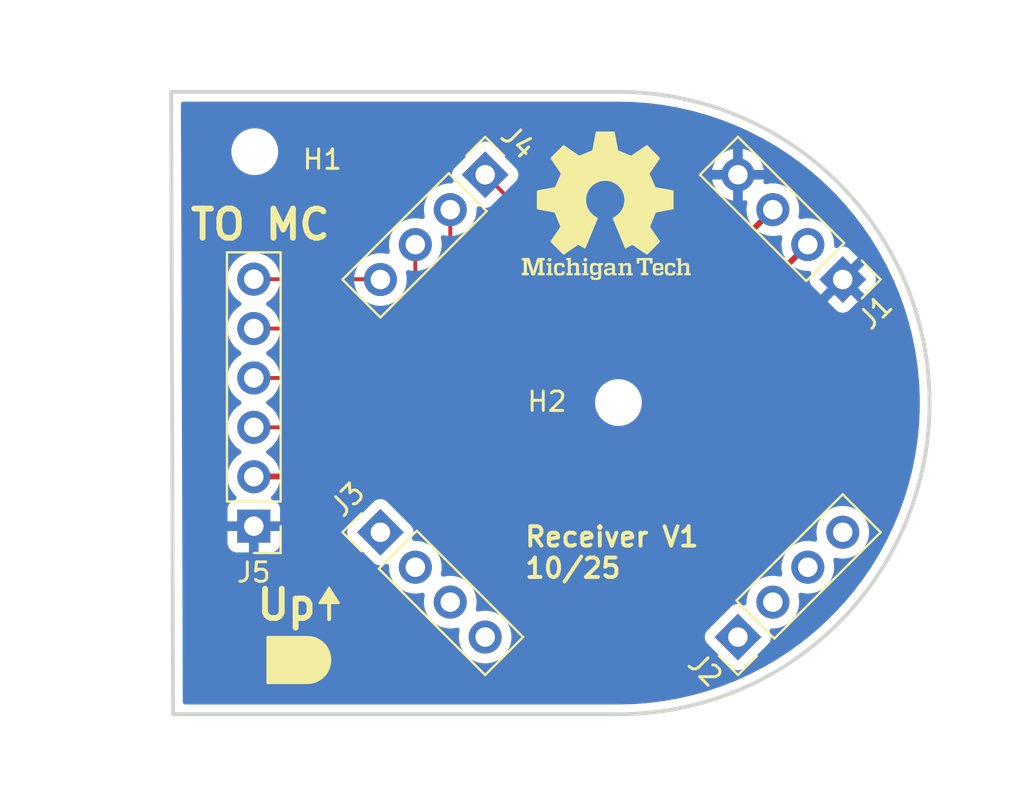
<source format=kicad_pcb>
(kicad_pcb (version 20241229) (generator "pcbnew") (generator_version "9.0")
  (layers (0 "F.Cu" signal) (2 "B.Cu" signal) (13 "F.Paste" user) (15 "B.Paste" user) (5 "F.SilkS" user "F.Silkscreen") (7 "B.SilkS" user "B.Silkscreen") (1 "F.Mask" user) (3 "B.Mask" user) (25 "Edge.Cuts" user))
  (net 0 "")
  (net 9 "/Gnd")
  (net 10 "/Vdd")
  (net 11 "/I03")
  (net 12 "/IO2")
  (net 13 "/IO4")
  (net 14 "/IO1")
  (footprint "MountingHole:MountingHole_2.2mm_M2" (layer "F.Cu") (at 139.3 48.075)
    (property "Reference" "H1")
    (property "Value" "MountingHole")
  )
  (footprint "Connector_PinHeader_2.54mm:PinHeader_1x04_P2.54mm_Vertical" (layer "F.Cu") (at 169.532912 54.648135 -135)
    (property "Reference" "J1")
    (property "Value" "Conn_01x04_Socket")
  )
  (footprint "Connector_PinHeader_2.54mm:PinHeader_1x04_P2.54mm_Vertical" (layer "F.Cu") (at 145.759982 67.644758 45)
    (property "Reference" "J3")
    (property "Value" "Conn_01x04_Socket")
  )
  (footprint "Connector_PinHeader_2.54mm:PinHeader_1x04_P2.54mm_Vertical" (layer "F.Cu") (at 151.148135 49.259982 -45)
    (property "Reference" "J4")
    (property "Value" "Conn_01x04_Socket")
  )
  (footprint "Connector_PinHeader_2.54mm:PinHeader_1x04_P2.54mm_Vertical" (layer "F.Cu") (at 164.144758 73.032912 135)
    (property "Reference" "J2")
    (property "Value" "Conn_01x04_Socket")
  )
  (footprint "Connector_PinHeader_2.54mm:PinHeader_1x06_P2.54mm_Vertical" (layer "F.Cu") (at 139.25 67.33 180)
    (property "Reference" "J5")
    (property "Value" "Conn_01x06_Pin")
  )
  (footprint "MountingHole:MountingHole_2.2mm_M2" (layer "F.Cu") (at 158 60.975)
    (property "Reference" "H2")
    (property "Value" "MountingHole")
  )
  (gr_poly (pts (xy 158.494033 53.793952) (xy 158.515777 53.795548) (xy 158.525944 53.796783) (xy 158.535651 53.798325) (xy 158.544903 53.800185) (xy 158.553708 53.802375) (xy 158.562072 53.804908) (xy 158.570003 53.807794) (xy 158.577508 53.811047) (xy 158.584593 53.814676) (xy 158.591266 53.818696) (xy 158.597532 53.823116) (xy 158.6034 53.827949) (xy 158.608875 53.833207) (xy 158.613966 53.838902) (xy 158.618677 53.845045) (xy 158.623018 53.851648) (xy 158.626994 53.858723) (xy 158.630612 53.866282) (xy 158.63388 53.874337) (xy 158.636804 53.882899) (xy 158.63939 53.89198) (xy 158.641647 53.901592) (xy 158.64358 53.911746) (xy 158.645197 53.922456) (xy 158.646505 53.933731) (xy 158.648219 53.958029) (xy 158.648779 53.984734) (xy 158.648779 54.320401) (xy 158.736762 54.326293) (xy 158.736762 54.431912) (xy 158.408149 54.431912) (xy 158.408149 54.326293) (xy 158.497349 54.320401) (xy 158.497349 54.023504) (xy 158.497066 54.009191) (xy 158.496183 53.996148) (xy 158.494653 53.98433) (xy 158.493631 53.978865) (xy 158.492428 53.973687) (xy 158.49104 53.968791) (xy 158.48946 53.964171) (xy 158.487682 53.959821) (xy 158.485701 53.955735) (xy 158.483509 53.951907) (xy 158.481102 53.948331) (xy 158.478473 53.945) (xy 158.475616 53.941909) (xy 158.472525 53.939052) (xy 158.469195 53.936423) (xy 158.465618 53.934016) (xy 158.46179 53.931825) (xy 158.457704 53.929843) (xy 158.453354 53.928065) (xy 158.448734 53.926485) (xy 158.443838 53.925097) (xy 158.43866 53.923895) (xy 158.433195 53.922872) (xy 158.421376 53.921342) (xy 158.408334 53.92046) (xy 158.394021 53.920176) (xy 158.384721 53.920317) (xy 158.375682 53.92075) (xy 158.366834 53.921489) (xy 158.358108 53.922552) (xy 158.349436 53.923951) (xy 158.34075 53.925704) (xy 158.33198 53.927825) (xy 158.323057 53.930329) (xy 158.313914 53.933232) (xy 158.304481 53.93655) (xy 158.294689 53.940296) (xy 158.284471 53.944487) (xy 158.273756 53.949138) (xy 158.262477 53.954264) (xy 158.237951 53.966002) (xy 158.237951 54.320401) (xy 158.327169 54.326293) (xy 158.327169 54.431912) (xy 157.997393 54.431912) (xy 157.997393 54.326293) (xy 158.086575 54.320401) (xy 158.086575 53.915537) (xy 157.997393 53.909645) (xy 157.997393 53.804024) (xy 158.237951 53.804024) (xy 158.237951 53.885022) (xy 158.249129 53.875284) (xy 158.260656 53.865914) (xy 158.272552 53.856946) (xy 158.28484 53.848417) (xy 158.297539 53.840364) (xy 158.310671 53.832821) (xy 158.324256 53.825826) (xy 158.338315 53.819414) (xy 158.352869 53.813621) (xy 158.367939 53.808483) (xy 158.383546 53.804037) (xy 158.399711 53.800319) (xy 158.416454 53.797364) (xy 158.433796 53.795208) (xy 158.451758 53.793888) (xy 158.470362 53.793441)) (stroke (width -0.000001)) (fill yes) (layer "F.SilkS"))
  (gr_circle (center 142 74.2125) (end 142 73.025) (stroke (width 0.1)) (fill yes) (layer "F.SilkS"))
  (gr_rect (start 139.95 73.025) (end 142 75.4) (stroke (width 0.1)) (fill yes) (layer "F.SilkS"))
  (gr_poly (pts (xy 154.539694 54.320401) (xy 154.627677 54.326293) (xy 154.627677 54.431912) (xy 154.299084 54.431912) (xy 154.299084 54.326293) (xy 154.389499 54.320401) (xy 154.389499 53.915537) (xy 154.299084 53.910827) (xy 154.299084 53.804024) (xy 154.539694 53.804024)) (stroke (width -0.000001)) (fill yes) (layer "F.SilkS"))
  (gr_poly (pts (xy 160.084288 53.79405) (xy 160.121531 53.796064) (xy 160.138556 53.797685) (xy 160.154558 53.79976) (xy 160.169567 53.802324) (xy 160.183613 53.805413) (xy 160.196728 53.80906) (xy 160.208942 53.813301) (xy 160.220284 53.818169) (xy 160.230787 53.8237) (xy 160.240479 53.829928) (xy 160.249393 53.836888) (xy 160.257557 53.844614) (xy 160.265004 53.853142) (xy 160.271762 53.862504) (xy 160.277864 53.872737) (xy 160.283339 53.883875) (xy 160.288217 53.895952) (xy 160.29253 53.909003) (xy 160.296308 53.923063) (xy 160.299581 53.938165) (xy 160.302381 53.954346) (xy 160.304736 53.971639) (xy 160.306679 53.990079) (xy 160.309446 54.030539) (xy 160.310928 54.076002) (xy 160.311368 54.126745) (xy 160.311282 54.131792) (xy 160.311011 54.136361) (xy 160.310537 54.140476) (xy 160.310218 54.142368) (xy 160.309841 54.144155) (xy 160.309404 54.145838) (xy 160.308904 54.14742) (xy 160.308339 54.148904) (xy 160.307707 54.150292) (xy 160.307006 54.151587) (xy 160.306232 54.152792) (xy 160.305385 54.153908) (xy 160.30446 54.15494) (xy 160.303456 54.155888) (xy 160.302372 54.156757) (xy 160.301203 54.157548) (xy 160.299948 54.158264) (xy 160.298605 54.158908) (xy 160.297171 54.159483) (xy 160.295644 54.15999) (xy 160.294022 54.160433) (xy 160.292302 54.160814) (xy 160.290481 54.161136) (xy 160.286531 54.161612) (xy 160.282151 54.161882) (xy 160.277324 54.161968) (xy 159.912323 54.161968) (xy 159.913207 54.188848) (xy 159.914604 54.212808) (xy 159.916615 54.234014) (xy 159.919343 54.252627) (xy 159.922888 54.268811) (xy 159.924999 54.276044) (xy 159.927352 54.282731) (xy 159.929961 54.288892) (xy 159.932838 54.294549) (xy 159.935995 54.299721) (xy 159.939445 54.304428) (xy 159.943202 54.308693) (xy 159.947277 54.312534) (xy 159.951683 54.315972) (xy 159.956433 54.319028) (xy 159.961541 54.321722) (xy 159.967017 54.324074) (xy 159.972876 54.326106) (xy 159.97913 54.327837) (xy 159.992872 54.330478) (xy 160.008347 54.332163) (xy 160.025655 54.333053) (xy 160.044897 54.333314) (xy 160.064525 54.333085) (xy 160.082087 54.332366) (xy 160.097693 54.331107) (xy 160.111455 54.329258) (xy 160.123482 54.326769) (xy 160.12888 54.325269) (xy 160.133885 54.323591) (xy 160.138511 54.321727) (xy 160.142773 54.319673) (xy 160.146684 54.317422) (xy 160.150258 54.314967) (xy 160.153509 54.312302) (xy 160.156449 54.309422) (xy 160.159094 54.30632) (xy 160.161457 54.302989) (xy 160.163552 54.299423) (xy 160.165392 54.295617) (xy 160.166992 54.291564) (xy 160.168364 54.287258) (xy 160.170484 54.277861) (xy 160.171862 54.267377) (xy 160.172607 54.255756) (xy 160.172831 54.242948) (xy 160.310186 54.237057) (xy 160.309708 54.265862) (xy 160.308126 54.29205) (xy 160.306851 54.304194) (xy 160.305216 54.315723) (xy 160.303193 54.32665) (xy 160.300755 54.336988) (xy 160.297873 54.34675) (xy 160.294519 54.355949) (xy 160.290666 54.364599) (xy 160.286285 54.372711) (xy 160.281349 54.380301) (xy 160.275829 54.38738) (xy 160.269699 54.393961) (xy 160.262929 54.400059) (xy 160.255492 54.405685) (xy 160.24736 54.410853) (xy 160.238505 54.415577) (xy 160.2289 54.419868) (xy 160.218515 54.423741) (xy 160.207324 54.427209) (xy 160.195298 54.430284) (xy 160.182409 54.432979) (xy 160.16863 54.435309) (xy 160.153933 54.437285) (xy 160.138289 54.438922) (xy 160.121671 54.440231) (xy 160.0854 54.441921) (xy 160.044897 54.442462) (xy 160.003288 54.441802) (xy 159.965895 54.439661) (xy 159.948714 54.437959) (xy 159.932508 54.435795) (xy 159.917251 54.433138) (xy 159.902915 54.429958) (xy 159.889475 54.426225) (xy 159.876905 54.421908) (xy 159.865177 54.416976) (xy 159.854266 54.411399) (xy 159.844144 54.405146) (xy 159.834786 54.398187) (xy 159.826165 54.390492) (xy 159.818255 54.382029) (xy 159.811029 54.372769) (xy 159.804461 54.36268) (xy 159.798524 54.351733) (xy 159.793191 54.339897) (xy 159.788438 54.32714) (xy 159.784236 54.313433) (xy 159.78056 54.298746) (xy 159.777383 54.283047) (xy 159.774679 54.266306) (xy 159.772421 54.248493) (xy 159.769139 54.209527) (xy 159.767325 54.165905) (xy 159.766767 54.117382) (xy 159.767322 54.06926) (xy 159.912323 54.06926) (xy 160.17165 54.06926) (xy 160.170728 54.043005) (xy 160.16923 54.019591) (xy 160.167076 53.99886) (xy 160.164186 53.980653) (xy 160.162439 53.972446) (xy 160.160478 53.964812) (xy 160.158291 53.957729) (xy 160.15587 53.951179) (xy 160.153205 53.945141) (xy 160.150284 53.939596) (xy 160.147098 53.934523) (xy 160.143637 53.929904) (xy 160.139891 53.925718) (xy 160.135849 53.921945) (xy 160.131501 53.918566) (xy 160.126839 53.915561) (xy 160.12185 53.91291) (xy 160.116525 53.910593) (xy 160.110855 53.908591) (xy 160.104828 53.906884) (xy 160.091667 53.904274) (xy 160.07696 53.902606) (xy 160.060627 53.901721) (xy 160.042586 53.901461) (xy 160.023945 53.901721) (xy 160.007138 53.902606) (xy 159.999393 53.903332) (xy 159.992072 53.904274) (xy 159.985162 53.905451) (xy 159.978653 53.906884) (xy 159.972533 53.908591) (xy 159.96679 53.910593) (xy 159.961412 53.91291) (xy 159.956388 53.915561) (xy 159.951707 53.918566) (xy 159.947356 53.921945) (xy 159.943324 53.925718) (xy 159.939599 53.929904) (xy 159.93617 53.934523) (xy 159.933026 53.939596) (xy 159.930153 53.945141) (xy 159.927542 53.951179) (xy 159.92518 53.957729) (xy 159.923055 53.964812) (xy 159.921157 53.972446) (xy 159.919473 53.980653) (xy 159.917992 53.98945) (xy 159.916701 53.99886) (xy 159.914648 54.019591) (xy 159.913219 54.043005) (xy 159.912323 54.06926) (xy 159.767322 54.06926) (xy 159.767324 54.069066) (xy 159.769135 54.025624) (xy 159.772406 53.986813) (xy 159.777347 53.952391) (xy 159.780509 53.93675) (xy 159.784166 53.922115) (xy 159.788344 53.908457) (xy 159.79307 53.895744) (xy 159.798369 53.883946) (xy 159.804267 53.873034) (xy 159.810791 53.862977) (xy 159.817966 53.853744) (xy 159.825819 53.845306) (xy 159.834375 53.837631) (xy 159.84366 53.83069) (xy 159.853701 53.824453) (xy 159.864524 53.818889) (xy 159.876154 53.813967) (xy 159.888617 53.809658) (xy 159.90194 53.805931) (xy 159.916149 53.802756) (xy 159.931269 53.800103) (xy 159.964347 53.79624) (xy 160.001383 53.7941) (xy 160.042586 53.793441)) (stroke (width -0.000001)) (fill yes) (layer "F.SilkS"))
  (gr_poly (pts (xy 154.209602 53.659985) (xy 154.10609 53.66637) (xy 154.10609 54.302797) (xy 154.210835 54.309239) (xy 154.210835 54.431912) (xy 153.842789 54.431912) (xy 153.842789 54.309239) (xy 153.937356 54.302797) (xy 153.937356 53.691928) (xy 153.704751 54.431912) (xy 153.532241 54.431912) (xy 153.295791 53.699602) (xy 153.295791 54.302797) (xy 153.392915 54.309239) (xy 153.392915 54.431912) (xy 153.026109 54.431912) (xy 153.026109 54.309239) (xy 153.130908 54.302797) (xy 153.130908 53.66637) (xy 153.029947 53.659985) (xy 153.029947 53.537254) (xy 153.421061 53.537254) (xy 153.599965 54.12133) (xy 153.603686 54.133852) (xy 153.607197 54.146461) (xy 153.610529 54.159127) (xy 153.61371 54.171822) (xy 153.619736 54.197182) (xy 153.625506 54.222313) (xy 153.632055 54.197182) (xy 153.638467 54.171822) (xy 153.645112 54.146461) (xy 153.648637 54.133852) (xy 153.652358 54.12133) (xy 153.828726 53.537253) (xy 154.209602 53.537253)) (stroke (width -0.000001)) (fill yes) (layer "F.SilkS"))
  (gr_poly (pts (xy 155.553331 53.876026) (xy 155.564687 53.86613) (xy 155.5764 53.856608) (xy 155.588491 53.847498) (xy 155.60098 53.838834) (xy 155.613889 53.830654) (xy 155.627237 53.822994) (xy 155.641047 53.81589) (xy 155.655339 53.809379) (xy 155.670133 53.803498) (xy 155.685452 53.798283) (xy 155.701315 53.79377) (xy 155.717744 53.789996) (xy 155.734759 53.786997) (xy 155.752382 53.784809) (xy 155.770633 53.78347) (xy 155.789533 53.783016) (xy 155.81358 53.783534) (xy 155.835671 53.785155) (xy 155.846 53.786408) (xy 155.855862 53.787973) (xy 155.865263 53.789862) (xy 155.874209 53.792086) (xy 155.882709 53.794657) (xy 155.890768 53.797589) (xy 155.898395 53.800892) (xy 155.905595 53.804578) (xy 155.912376 53.808661) (xy 155.918745 53.813151) (xy 155.924708 53.818061) (xy 155.930274 53.823402) (xy 155.935448 53.829188) (xy 155.940238 53.835429) (xy 155.94465 53.842139) (xy 155.948692 53.849328) (xy 155.952371 53.857009) (xy 155.955693 53.865194) (xy 155.958665 53.873896) (xy 155.961296 53.883125) (xy 155.96359 53.892895) (xy 155.965556 53.903216) (xy 155.967201 53.914102) (xy 155.968531 53.925564) (xy 155.970274 53.950265) (xy 155.970843 53.977414) (xy 155.970843 54.318603) (xy 156.060272 54.324564) (xy 156.060272 54.431912) (xy 155.726351 54.431912) (xy 155.726351 54.324564) (xy 155.816944 54.318603) (xy 155.816944 54.016803) (xy 155.816657 54.002255) (xy 155.815762 53.989001) (xy 155.814212 53.97699) (xy 155.813175 53.971436) (xy 155.811956 53.966175) (xy 155.810548 53.9612) (xy 155.808945 53.956506) (xy 155.807142 53.952086) (xy 155.805132 53.947935) (xy 155.802908 53.944045) (xy 155.800465 53.940412) (xy 155.797797 53.937028) (xy 155.794897 53.933888) (xy 155.79176 53.930986) (xy 155.788379 53.928315) (xy 155.784748 53.92587) (xy 155.780861 53.923644) (xy 155.776711 53.921632) (xy 155.772294 53.919826) (xy 155.767602 53.918221) (xy 155.762629 53.916812) (xy 155.75737 53.915591) (xy 155.751817 53.914552) (xy 155.73981 53.912999) (xy 155.726557 53.912103) (xy 155.71201 53.911815) (xy 155.702551 53.911958) (xy 155.693357 53.912396) (xy 155.684357 53.913146) (xy 155.675481 53.914223) (xy 155.666661 53.915643) (xy 155.657826 53.91742) (xy 155.648907 53.919572) (xy 155.639834 53.922112) (xy 155.630537 53.925057) (xy 155.620946 53.928422) (xy 155.610992 53.932223) (xy 155.600605 53.936476) (xy 155.589715 53.941195) (xy 155.578252 53.946397) (xy 155.553331 53.958311) (xy 155.553331 54.318603) (xy 155.643977 54.324564) (xy 155.643977 54.431912) (xy 155.30882 54.431912) (xy 155.30882 54.324564) (xy 155.399467 54.318603) (xy 155.399467 53.650618) (xy 155.30882 53.645838) (xy 155.30882 53.537253) (xy 155.553331 53.537253)) (stroke (width -0.000001)) (fill yes) (layer "F.SilkS"))
  (gr_line (start 143.125 72.1125) (end 143.125 70.6375) (stroke (width 0.2)) (layer "F.SilkS"))
  (gr_poly (pts (xy 155.009875 53.79397) (xy 155.046036 53.79564) (xy 155.078254 53.798573) (xy 155.106741 53.80289) (xy 155.119654 53.805606) (xy 155.131715 53.808714) (xy 155.142951 53.812229) (xy 155.153389 53.816166) (xy 155.163056 53.82054) (xy 155.171978 53.825368) (xy 155.180184 53.830663) (xy 155.187698 53.836442) (xy 155.194549 53.842719) (xy 155.200764 53.84951) (xy 155.206368 53.85683) (xy 155.21139 53.864695) (xy 155.215855 53.873118) (xy 155.219791 53.882117) (xy 155.223225 53.891705) (xy 155.226183 53.901899) (xy 155.228693 53.912713) (xy 155.23078 53.924163) (xy 155.233798 53.949031) (xy 155.235451 53.976624) (xy 155.235954 54.007065) (xy 155.09629 54.014067) (xy 155.096039 53.999548) (xy 155.095224 53.9863) (xy 155.094573 53.980138) (xy 155.093745 53.974277) (xy 155.092726 53.968711) (xy 155.091504 53.963433) (xy 155.090067 53.958439) (xy 155.088404 53.953722) (xy 155.086501 53.949277) (xy 155.084346 53.945098) (xy 155.081928 53.941179) (xy 155.079233 53.937514) (xy 155.07625 53.934098) (xy 155.072966 53.930925) (xy 155.06937 53.927988) (xy 155.065449 53.925283) (xy 155.06119 53.922804) (xy 155.056581 53.920544) (xy 155.051611 53.918498) (xy 155.046267 53.91666) (xy 155.040536 53.915025) (xy 155.034407 53.913586) (xy 155.027867 53.912339) (xy 155.020903 53.911276) (xy 155.013505 53.910393) (xy 155.005659 53.909683) (xy 154.988575 53.908761) (xy 154.969554 53.908464) (xy 154.948924 53.908799) (xy 154.930508 53.909932) (xy 154.922093 53.910859) (xy 154.914186 53.912057) (xy 154.906772 53.913551) (xy 154.899835 53.915364) (xy 154.89336 53.917522) (xy 154.887333 53.920048) (xy 154.881737 53.922965) (xy 154.876558 53.926299) (xy 154.87178 53.930073) (xy 154.867388 53.934311) (xy 154.863367 53.939037) (xy 154.859701 53.944276) (xy 154.856376 53.95005) (xy 154.853376 53.956385) (xy 154.850685 53.963305) (xy 154.848289 53.970833) (xy 154.846173 53.978993) (xy 154.84432 53.987811) (xy 154.842716 53.997308) (xy 154.841346 54.00751) (xy 154.840194 54.018441) (xy 154.839245 54.030125) (xy 154.837896 54.055847) (xy 154.837175 54.084869) (xy 154.836962 54.117382) (xy 154.837175 54.15009) (xy 154.837896 54.179255) (xy 154.839245 54.205076) (xy 154.841346 54.227749) (xy 154.84432 54.247474) (xy 154.848289 54.264446) (xy 154.850685 54.271962) (xy 154.853376 54.278864) (xy 154.856376 54.285177) (xy 154.859701 54.290926) (xy 154.863367 54.296135) (xy 154.867388 54.300829) (xy 154.87178 54.305032) (xy 154.876558 54.30877) (xy 154.881737 54.312067) (xy 154.887333 54.314947) (xy 154.89336 54.317437) (xy 154.899835 54.319559) (xy 154.914186 54.322801) (xy 154.930508 54.324873) (xy 154.948924 54.325971) (xy 154.969554 54.326293) (xy 154.988767 54.326049) (xy 155.005993 54.325277) (xy 155.021336 54.323918) (xy 155.034898 54.32191) (xy 155.041043 54.320645) (xy 155.046782 54.319195) (xy 155.052128 54.317552) (xy 155.057093 54.31571) (xy 155.06169 54.313661) (xy 155.065932 54.311397) (xy 155.069832 54.30891) (xy 155.073403 54.306194) (xy 155.076658 54.303241) (xy 155.079609 54.300043) (xy 155.08227 54.296592) (xy 155.084653 54.292882) (xy 155.086771 54.288904) (xy 155.088638 54.284651) (xy 155.090266 54.280116) (xy 155.091668 54.275291) (xy 155.092856 54.270168) (xy 155.093844 54.26474) (xy 155.095272 54.252939) (xy 155.096052 54.239827) (xy 155.09629 54.225345) (xy 155.235954 54.219453) (xy 155.23549 54.251554) (xy 155.233943 54.2806) (xy 155.231083 54.306725) (xy 155.229088 54.318735) (xy 155.226679 54.330066) (xy 155.223827 54.340735) (xy 155.220502 54.350759) (xy 155.216676 54.360155) (xy 155.21232 54.36894) (xy 155.207406 54.37713) (xy 155.201904 54.384744) (xy 155.195785 54.391797) (xy 155.189021 54.398307) (xy 155.181584 54.404291) (xy 155.173444 54.409766) (xy 155.164572 54.414748) (xy 155.154939 54.419256) (xy 155.144518 54.423305) (xy 155.133278 54.426913) (xy 155.121192 54.430096) (xy 155.10823 54.432873) (xy 155.094363 54.435259) (xy 155.079564 54.437272) (xy 155.047049 54.440246) (xy 155.010456 54.44193) (xy 154.969554 54.442462) (xy 154.927944 54.441802) (xy 154.890552 54.439661) (xy 154.873371 54.437959) (xy 154.857165 54.435795) (xy 154.841907 54.433138) (xy 154.827572 54.429958) (xy 154.814132 54.426225) (xy 154.801562 54.421908) (xy 154.789834 54.416976) (xy 154.778923 54.411399) (xy 154.768801 54.405146) (xy 154.759443 54.398187) (xy 154.750822 54.390492) (xy 154.742912 54.382029) (xy 154.735686 54.372769) (xy 154.729118 54.36268) (xy 154.723181 54.351733) (xy 154.717848 54.339897) (xy 154.713095 54.32714) (xy 154.708893 54.313433) (xy 154.705217 54.298746) (xy 154.70204 54.283047) (xy 154.699336 54.266306) (xy 154.697079 54.248493) (xy 154.693796 54.209527) (xy 154.691982 54.165905) (xy 154.691424 54.117382) (xy 154.691982 54.069066) (xy 154.693796 54.025624) (xy 154.697079 53.986813) (xy 154.70204 53.952391) (xy 154.705217 53.93675) (xy 154.708893 53.922115) (xy 154.713095 53.908457) (xy 154.717848 53.895744) (xy 154.723181 53.883946) (xy 154.729118 53.873034) (xy 154.735686 53.862977) (xy 154.742912 53.853744) (xy 154.750822 53.845306) (xy 154.759443 53.837631) (xy 154.768801 53.83069) (xy 154.778923 53.824453) (xy 154.789834 53.818889) (xy 154.801562 53.813967) (xy 154.814132 53.809658) (xy 154.827572 53.805931) (xy 154.841907 53.802756) (xy 154.857165 53.800103) (xy 154.890552 53.79624) (xy 154.927944 53.7941) (xy 154.969554 53.793441)) (stroke (width -0.000001)) (fill yes) (layer "F.SilkS"))
  (gr_poly (pts (xy 156.379007 54.320401) (xy 156.467078 54.326293) (xy 156.467078 54.431912) (xy 156.138465 54.431912) (xy 156.138465 54.326293) (xy 156.228812 54.320401) (xy 156.228812 53.915537) (xy 156.138465 53.910827) (xy 156.138465 53.804024) (xy 156.379007 53.804024)) (stroke (width -0.000001)) (fill yes) (layer "F.SilkS"))
  (gr_poly (pts (xy 143.125 70.487379) (xy 142.625 71.2875) (xy 143.625 71.2875)) (stroke (width 0.1)) (fill yes) (layer "F.SilkS"))
  (gr_poly (pts (xy 157.901155 48.083751) (xy 158.67903 48.385375) (xy 159.425155 47.82975) (xy 159.996655 48.417126) (xy 159.53628 49.195001) (xy 159.85378 49.972875) (xy 160.758655 50.195126) (xy 160.758655 50.941251) (xy 159.91728 51.115875) (xy 159.79028 51.290501) (xy 159.53628 51.9255) (xy 159.996655 52.703376) (xy 159.425155 53.259) (xy 159.06003 52.97325) (xy 158.67903 52.798625) (xy 158.409155 52.957375) (xy 157.85353 51.544501) (xy 158.01228 51.417501) (xy 158.250405 51.115875) (xy 158.409155 50.68725) (xy 158.313905 50.195126) (xy 158.17103 49.909375) (xy 157.85353 49.639501) (xy 157.361405 49.496626) (xy 156.93278 49.560126) (xy 156.48828 49.8935) (xy 156.250155 50.401501) (xy 156.32953 51.084125) (xy 156.821655 51.51275) (xy 156.250155 52.90975) (xy 155.91678 52.8145) (xy 155.18653 53.259) (xy 154.630905 52.703376) (xy 155.107155 51.989) (xy 154.789655 51.13175) (xy 153.916536 50.925375) (xy 153.916536 50.195126) (xy 154.789655 49.988751) (xy 155.107155 49.179126) (xy 154.630905 48.401251) (xy 155.18653 47.82975) (xy 155.996155 48.401251) (xy 156.726405 48.083751) (xy 156.93278 47.131251) (xy 157.710655 47.115376)) (stroke (width -0.000001)) (fill yes) (layer "F.SilkS"))
  (gr_poly (pts (xy 161.223298 53.885022) (xy 161.234478 53.875284) (xy 161.246008 53.865914) (xy 161.257908 53.856946) (xy 161.270198 53.848417) (xy 161.2829 53.840364) (xy 161.296034 53.832821) (xy 161.309621 53.825826) (xy 161.323682 53.819414) (xy 161.338238 53.813621) (xy 161.353309 53.808483) (xy 161.368916 53.804037) (xy 161.385081 53.800319) (xy 161.401823 53.797364) (xy 161.419164 53.795208) (xy 161.437124 53.793888) (xy 161.455725 53.793441) (xy 161.479393 53.793952) (xy 161.501135 53.795548) (xy 161.511301 53.796783) (xy 161.521006 53.798325) (xy 161.530257 53.800185) (xy 161.539061 53.802375) (xy 161.547425 53.804908) (xy 161.555355 53.807794) (xy 161.562859 53.811047) (xy 161.569944 53.814676) (xy 161.576615 53.818696) (xy 161.582881 53.823116) (xy 161.588749 53.827949) (xy 161.594224 53.833207) (xy 161.599314 53.838902) (xy 161.604025 53.845045) (xy 161.608366 53.851648) (xy 161.612341 53.858723) (xy 161.615959 53.866282) (xy 161.619227 53.874337) (xy 161.622151 53.882899) (xy 161.624737 53.89198) (xy 161.626994 53.901592) (xy 161.628927 53.911746) (xy 161.630544 53.922456) (xy 161.631852 53.933731) (xy 161.633566 53.958029) (xy 161.634125 53.984734) (xy 161.634125 54.320401) (xy 161.722125 54.326293) (xy 161.722125 54.431912) (xy 161.39346 54.431912) (xy 161.39346 54.326293) (xy 161.482695 54.320401) (xy 161.482695 54.023504) (xy 161.482411 54.009191) (xy 161.481529 53.996148) (xy 161.480001 53.98433) (xy 161.478979 53.978865) (xy 161.477777 53.973687) (xy 161.47639 53.968791) (xy 161.474811 53.964171) (xy 161.473035 53.959821) (xy 161.471055 53.955735) (xy 161.468865 53.951907) (xy 161.466459 53.948331) (xy 161.463832 53.945) (xy 161.460977 53.941909) (xy 161.457888 53.939052) (xy 161.45456 53.936423) (xy 161.450986 53.934016) (xy 161.447161 53.931825) (xy 161.443077 53.929843) (xy 161.43873 53.928065) (xy 161.434113 53.926485) (xy 161.429221 53.925097) (xy 161.424047 53.923895) (xy 161.418585 53.922872) (xy 161.406775 53.921342) (xy 161.393741 53.92046) (xy 161.379437 53.920176) (xy 161.370128 53.920317) (xy 161.361081 53.92075) (xy 161.352225 53.921489) (xy 161.343494 53.922552) (xy 161.334816 53.923951) (xy 161.326125 53.925704) (xy 161.317351 53.927825) (xy 161.308425 53.930329) (xy 161.299278 53.933232) (xy 161.289842 53.93655) (xy 161.280048 53.940296) (xy 161.269827 53.944487) (xy 161.259111 53.949138) (xy 161.247829 53.954264) (xy 161.223298 53.966002) (xy 161.223298 54.320401) (xy 161.31255 54.326293) (xy 161.31255 54.431912) (xy 160.982756 54.431912) (xy 160.982756 54.326293) (xy 161.071938 54.320401) (xy 161.071938 53.663213) (xy 160.982756 53.658485) (xy 160.982756 53.551717) (xy 161.223298 53.551717)) (stroke (width -0.000001)) (fill yes) (layer "F.SilkS"))
  (gr_poly (pts (xy 160.705378 53.79397) (xy 160.741536 53.79564) (xy 160.773751 53.798573) (xy 160.802238 53.80289) (xy 160.815151 53.805606) (xy 160.827212 53.808714) (xy 160.838448 53.812229) (xy 160.848887 53.816166) (xy 160.858555 53.82054) (xy 160.867479 53.825368) (xy 160.875686 53.830663) (xy 160.883202 53.836442) (xy 160.890055 53.842719) (xy 160.896271 53.84951) (xy 160.901878 53.85683) (xy 160.906901 53.864695) (xy 160.911368 53.873118) (xy 160.915306 53.882117) (xy 160.918742 53.891705) (xy 160.921702 53.901899) (xy 160.924213 53.912713) (xy 160.926302 53.924163) (xy 160.929322 53.949031) (xy 160.930976 53.976624) (xy 160.93148 54.007065) (xy 160.791834 54.014067) (xy 160.791584 53.999548) (xy 160.790767 53.9863) (xy 160.790116 53.980138) (xy 160.789287 53.974277) (xy 160.788268 53.968711) (xy 160.787045 53.963433) (xy 160.785608 53.958439) (xy 160.783943 53.953722) (xy 160.782039 53.949277) (xy 160.779884 53.945098) (xy 160.777464 53.941179) (xy 160.774769 53.937514) (xy 160.771784 53.934098) (xy 160.7685 53.930925) (xy 160.764902 53.927988) (xy 160.760979 53.925283) (xy 160.756719 53.922804) (xy 160.752109 53.920544) (xy 160.747137 53.918498) (xy 160.741791 53.91666) (xy 160.736059 53.915025) (xy 160.729928 53.913586) (xy 160.723387 53.912339) (xy 160.716422 53.911276) (xy 160.709022 53.910393) (xy 160.701174 53.909683) (xy 160.684087 53.908761) (xy 160.665062 53.908464) (xy 160.644426 53.908799) (xy 160.626005 53.909932) (xy 160.617587 53.910859) (xy 160.609678 53.912057) (xy 160.602262 53.913551) (xy 160.595323 53.915364) (xy 160.588846 53.917522) (xy 160.582817 53.920048) (xy 160.57722 53.922965) (xy 160.572039 53.926299) (xy 160.56726 53.930073) (xy 160.562867 53.934311) (xy 160.558845 53.939037) (xy 160.555179 53.944276) (xy 160.551853 53.95005) (xy 160.548852 53.956385) (xy 160.546161 53.963305) (xy 160.543764 53.970833) (xy 160.541647 53.978993) (xy 160.539794 53.987811) (xy 160.53819 53.997308) (xy 160.53682 54.00751) (xy 160.535668 54.018441) (xy 160.534719 54.030125) (xy 160.533369 54.055847) (xy 160.532649 54.084869) (xy 160.532436 54.117382) (xy 160.532649 54.15009) (xy 160.533369 54.179255) (xy 160.534719 54.205076) (xy 160.53682 54.227749) (xy 160.539794 54.247474) (xy 160.543764 54.264446) (xy 160.546161 54.271962) (xy 160.548852 54.278864) (xy 160.551853 54.285177) (xy 160.555179 54.290926) (xy 160.558845 54.296135) (xy 160.562867 54.300829) (xy 160.56726 54.305032) (xy 160.572039 54.30877) (xy 160.57722 54.312067) (xy 160.582817 54.314947) (xy 160.588846 54.317437) (xy 160.595323 54.319559) (xy 160.609678 54.322801) (xy 160.626005 54.324873) (xy 160.644426 54.325971) (xy 160.665062 54.326293) (xy 160.684279 54.326049) (xy 160.701508 54.325277) (xy 160.716854 54.323918) (xy 160.730419 54.32191) (xy 160.736566 54.320645) (xy 160.742307 54.319195) (xy 160.747654 54.317552) (xy 160.75262 54.31571) (xy 160.757219 54.313661) (xy 160.761462 54.311397) (xy 160.765364 54.30891) (xy 160.768936 54.306194) (xy 160.772192 54.303241) (xy 160.775144 54.300043) (xy 160.777806 54.296592) (xy 160.780191 54.292882) (xy 160.78231 54.288904) (xy 160.784178 54.284651) (xy 160.785806 54.280116) (xy 160.787209 54.275291) (xy 160.788398 54.270168) (xy 160.789387 54.26474) (xy 160.790815 54.252939) (xy 160.791596 54.239827) (xy 160.791834 54.225345) (xy 160.93148 54.219453) (xy 160.931015 54.251554) (xy 160.929467 54.2806) (xy 160.926604 54.306725) (xy 160.924608 54.318735) (xy 160.922198 54.330066) (xy 160.919343 54.340735) (xy 160.916017 54.350759) (xy 160.912189 54.360155) (xy 160.907831 54.36894) (xy 160.902915 54.37713) (xy 160.897411 54.384744) (xy 160.891291 54.391797) (xy 160.884525 54.398307) (xy 160.877086 54.404291) (xy 160.868944 54.409766) (xy 160.860071 54.414748) (xy 160.850438 54.419256) (xy 160.840015 54.423305) (xy 160.828775 54.426913) (xy 160.816688 54.430096) (xy 160.803726 54.432873) (xy 160.78986 54.435259) (xy 160.775061 54.437272) (xy 160.742548 54.440246) (xy 160.705959 54.44193) (xy 160.665062 54.442462) (xy 160.623447 54.441802) (xy 160.586049 54.439661) (xy 160.568865 54.437959) (xy 160.552657 54.435795) (xy 160.537397 54.433138) (xy 160.52306 54.429958) (xy 160.509619 54.426225) (xy 160.497046 54.421908) (xy 160.485317 54.416976) (xy 160.474404 54.411399) (xy 160.464282 54.405146) (xy 160.454923 54.398187) (xy 160.446301 54.390492) (xy 160.43839 54.382029) (xy 160.431163 54.372769) (xy 160.424594 54.36268) (xy 160.418656 54.351733) (xy 160.413323 54.339897) (xy 160.408569 54.32714) (xy 160.404367 54.313433) (xy 160.400691 54.298746) (xy 160.397514 54.283047) (xy 160.39481 54.266306) (xy 160.392552 54.248493) (xy 160.389269 54.209527) (xy 160.387455 54.165905) (xy 160.386897 54.117382) (xy 160.387455 54.069066) (xy 160.389269 54.025624) (xy 160.392552 53.986813) (xy 160.397514 53.952391) (xy 160.400691 53.93675) (xy 160.404367 53.922115) (xy 160.408569 53.908457) (xy 160.413323 53.895744) (xy 160.418656 53.883946) (xy 160.424593 53.873034) (xy 160.431162 53.862977) (xy 160.438389 53.853744) (xy 160.4463 53.845306) (xy 160.454922 53.837631) (xy 160.464281 53.83069) (xy 160.474404 53.824453) (xy 160.485317 53.818889) (xy 160.497046 53.813967) (xy 160.509618 53.809658) (xy 160.52306 53.805931) (xy 160.537397 53.802756) (xy 160.552657 53.800103) (xy 160.586049 53.79624) (xy 160.623447 53.7941) (xy 160.665062 53.793441)) (stroke (width -0.000001)) (fill yes) (layer "F.SilkS"))
  (gr_poly (pts (xy 154.474826 53.546892) (xy 154.487129 53.547382) (xy 154.49805 53.548279) (xy 154.507668 53.549647) (xy 154.512012 53.550529) (xy 154.516061 53.551552) (xy 154.519823 53.552726) (xy 154.523309 53.554059) (xy 154.526529 53.555559) (xy 154.529492 53.557233) (xy 154.532208 53.55909) (xy 154.534687 53.561139) (xy 154.53694 53.563387) (xy 154.538975 53.565842) (xy 154.540804 53.568513) (xy 154.542435 53.571408) (xy 154.543879 53.574534) (xy 154.545145 53.577901) (xy 154.546244 53.581515) (xy 154.547185 53.585386) (xy 154.547978 53.589522) (xy 154.548634 53.59393) (xy 154.54957 53.603597) (xy 154.550075 53.614451) (xy 154.550225 53.626559) (xy 154.550075 53.63887) (xy 154.54957 53.649876) (xy 154.548634 53.659647) (xy 154.547978 53.664091) (xy 154.547185 53.668253) (xy 154.546244 53.672141) (xy 154.545145 53.675765) (xy 154.543879 53.679133) (xy 154.542435 53.682253) (xy 154.540804 53.685136) (xy 154.538975 53.687789) (xy 154.53694 53.690222) (xy 154.534687 53.692443) (xy 154.532208 53.694461) (xy 154.529492 53.696284) (xy 154.526529 53.697923) (xy 154.523309 53.699385) (xy 154.519823 53.700679) (xy 154.516061 53.701815) (xy 154.512012 53.702801) (xy 154.507668 53.703645) (xy 154.503017 53.704357) (xy 154.49805 53.704945) (xy 154.487129 53.705787) (xy 154.474826 53.70624) (xy 154.46106 53.706375) (xy 154.446671 53.70624) (xy 154.433822 53.705787) (xy 154.422427 53.704945) (xy 154.412403 53.703645) (xy 154.407879 53.702801) (xy 154.403666 53.701815) (xy 154.399754 53.700679) (xy 154.396132 53.699385) (xy 154.392789 53.697923) (xy 154.389715 53.696284) (xy 154.386899 53.694461) (xy 154.384331 53.692443) (xy 154.382001 53.690222) (xy 154.379897 53.687789) (xy 154.378009 53.685136) (xy 154.376327 53.682253) (xy 154.374841 53.679133) (xy 154.373539 53.675765) (xy 154.372411 53.672141) (xy 154.371446 53.668253) (xy 154.370634 53.664091) (xy 154.369965 53.659647) (xy 154.369012 53.649876) (xy 154.368502 53.63887) (xy 154.36835 53.626559) (xy 154.368502 53.614451) (xy 154.369012 53.603597) (xy 154.369965 53.59393) (xy 154.370634 53.589522) (xy 154.371446 53.585386) (xy 154.372411 53.581515) (xy 154.373539 53.577901) (xy 154.374841 53.574534) (xy 154.376327 53.571408) (xy 154.378009 53.568513) (xy 154.379897 53.565842) (xy 154.382001 53.563387) (xy 154.384331 53.561139) (xy 154.386899 53.55909) (xy 154.389715 53.557233) (xy 154.392789 53.555559) (xy 154.396132 53.554059) (xy 154.399754 53.552726) (xy 154.403666 53.551552) (xy 154.407879 53.550529) (xy 154.412403 53.549647) (xy 154.417249 53.5489) (xy 154.422427 53.548279) (xy 154.433822 53.547382) (xy 154.446671 53.546892) (xy 154.46106 53.546743)) (stroke (width -0.000001)) (fill yes) (layer "F.SilkS"))
  (gr_poly (pts (xy 157.767724 47.03605) (xy 157.76972 47.036198) (xy 157.771706 47.036443) (xy 157.77368 47.036781) (xy 157.775639 47.037211) (xy 157.777579 47.037729) (xy 157.779498 47.038333) (xy 157.781392 47.039021) (xy 157.783259 47.039791) (xy 157.785096 47.040639) (xy 157.7869 47.041564) (xy 157.788667 47.042562) (xy 157.790395 47.043632) (xy 157.792081 47.044771) (xy 157.793721 47.045977) (xy 157.795314 47.047247) (xy 157.796855 47.048578) (xy 157.798342 47.049969) (xy 157.799772 47.051416) (xy 157.801141 47.052918) (xy 157.802448 47.054471) (xy 157.803688 47.056074) (xy 157.804859 47.057724) (xy 157.805958 47.059418) (xy 157.806982 47.061154) (xy 157.807928 47.06293) (xy 157.808792 47.064743) (xy 157.809573 47.06659) (xy 157.810267 47.06847) (xy 157.81087 47.070379) (xy 157.811381 47.072315) (xy 157.811795 47.074277) (xy 157.978042 47.967545) (xy 157.978461 47.969525) (xy 157.978971 47.971512) (xy 157.979568 47.973502) (xy 157.98025 47.975491) (xy 157.981855 47.979457) (xy 157.983764 47.983384) (xy 157.985955 47.987246) (xy 157.988405 47.991018) (xy 157.991091 47.994673) (xy 157.993992 47.998186) (xy 157.997083 48.001532) (xy 158.000344 48.004684) (xy 158.003751 48.007618) (xy 158.007282 48.010306) (xy 158.010914 48.012724) (xy 158.014624 48.014846) (xy 158.016502 48.015788) (xy 158.018391 48.016646) (xy 158.020289 48.017417) (xy 158.022192 48.018098) (xy 158.620873 48.263156) (xy 158.624589 48.26479) (xy 158.628531 48.266156) (xy 158.632664 48.267255) (xy 158.636953 48.268091) (xy 158.641363 48.268664) (xy 158.64586 48.268977) (xy 158.65041 48.269033) (xy 158.654976 48.268833) (xy 158.659524 48.26838) (xy 158.664021 48.267677) (xy 158.66843 48.266724) (xy 158.672717 48.265525) (xy 158.676848 48.264081) (xy 158.680788 48.262395) (xy 158.684501 48.260469) (xy 158.687954 48.258305) (xy 159.434203 47.746231) (xy 159.435886 47.745133) (xy 159.437619 47.74412) (xy 159.439397 47.743193) (xy 159.441218 47.74235) (xy 159.443076 47.741592) (xy 159.44497 47.740918) (xy 159.446894 47.740327) (xy 159.448844 47.73982) (xy 159.450818 47.739396) (xy 159.452811 47.739055) (xy 159.45684 47.738619) (xy 159.460901 47.738509) (xy 159.464963 47.738723) (xy 159.468995 47.739258) (xy 159.472968 47.74011) (xy 159.476852 47.741277) (xy 159.47875 47.741977) (xy 159.480615 47.742756) (xy 159.482442 47.743611) (xy 159.484227 47.744544) (xy 159.485967 47.745553) (xy 159.487659 47.746638) (xy 159.489297 47.747799) (xy 159.490879 47.749036) (xy 159.4924 47.750348) (xy 159.493857 47.751734) (xy 160.122295 48.380155) (xy 160.123681 48.381613) (xy 160.124992 48.383137) (xy 160.126227 48.384721) (xy 160.127386 48.386362) (xy 160.128468 48.388056) (xy 160.129474 48.389799) (xy 160.131254 48.393418) (xy 160.132725 48.397188) (xy 160.133884 48.401078) (xy 160.134728 48.405058) (xy 160.135256 48.409098) (xy 160.135465 48.413166) (xy 160.135353 48.417232) (xy 160.134918 48.421266) (xy 160.134157 48.425237) (xy 160.133069 48.429115) (xy 160.132401 48.431009) (xy 160.131651 48.432868) (xy 160.130817 48.434688) (xy 160.129901 48.436466) (xy 160.128901 48.438198) (xy 160.127817 48.43988) (xy 159.624632 49.173234) (xy 159.622468 49.176708) (xy 159.620548 49.180433) (xy 159.618873 49.184375) (xy 159.617447 49.188501) (xy 159.616271 49.192776) (xy 159.615347 49.197167) (xy 159.614678 49.20164) (xy 159.614265 49.206162) (xy 159.61411 49.210697) (xy 159.614215 49.215214) (xy 159.614583 49.219677) (xy 159.615216 49.224054) (xy 159.616115 49.22831) (xy 159.617284 49.232411) (xy 159.618723 49.236324) (xy 159.620434 49.240015) (xy 159.885159 49.857605) (xy 159.886668 49.861396) (xy 159.888526 49.865153) (xy 159.890706 49.868854) (xy 159.893181 49.872477) (xy 159.895924 49.875998) (xy 159.89891 49.879396) (xy 159.902112 49.882647) (xy 159.905503 49.88573) (xy 159.909057 49.888623) (xy 159.912747 49.891301) (xy 159.916546 49.893744) (xy 159.920428 49.895928) (xy 159.924367 49.897832) (xy 159.928337 49.899432) (xy 159.932309 49.900706) (xy 159.936258 49.901632) (xy 160.799894 50.062181) (xy 160.799893 50.062181) (xy 160.801853 50.062606) (xy 160.803788 50.063126) (xy 160.805695 50.063739) (xy 160.807573 50.06444) (xy 160.80942 50.065227) (xy 160.811231 50.066098) (xy 160.813005 50.067049) (xy 160.81474 50.068077) (xy 160.818082 50.070354) (xy 160.821235 50.072906) (xy 160.824182 50.075708) (xy 160.826901 50.078739) (xy 160.829373 50.081975) (xy 160.831578 50.085391) (xy 160.833496 50.088966) (xy 160.834342 50.090805) (xy 160.835109 50.092675) (xy 160.835794 50.094573) (xy 160.836395 50.096496) (xy 160.836909 50.098441) (xy 160.837335 50.100405) (xy 160.83767 50.102386) (xy 160.83791 50.104379) (xy 160.838054 50.106383) (xy 160.838099 50.108394) (xy 160.837958 50.997201) (xy 160.837908 50.999209) (xy 160.83776 51.001211) (xy 160.837515 51.003203) (xy 160.837177 51.005183) (xy 160.836748 51.007147) (xy 160.836231 51.009093) (xy 160.835627 51.011016) (xy 160.83494 51.012916) (xy 160.834171 51.014787) (xy 160.833323 51.016628) (xy 160.832399 51.018436) (xy 160.831401 51.020207) (xy 160.830332 51.021938) (xy 160.829194 51.023627) (xy 160.827989 51.02527) (xy 160.82672 51.026865) (xy 160.825389 51.028408) (xy 160.824 51.029896) (xy 160.822553 51.031327) (xy 160.821052 51.032697) (xy 160.819499 51.034004) (xy 160.817897 51.035244) (xy 160.816248 51.036415) (xy 160.814555 51.037513) (xy 160.812819 51.038536) (xy 160.811044 51.03948) (xy 160.809232 51.040342) (xy 160.807385 51.04112) (xy 160.805506 51.04181) (xy 160.803597 51.04241) (xy 160.80166 51.042916) (xy 160.799699 51.043326) (xy 159.957266 51.2001) (xy 159.955287 51.200506) (xy 159.953303 51.201004) (xy 159.951318 51.201591) (xy 159.949334 51.202265) (xy 159.945386 51.203859) (xy 159.941482 51.205763) (xy 159.937649 51.207954) (xy 159.933911 51.210409) (xy 159.930295 51.213105) (xy 159.926824 51.216017) (xy 159.923525 51.219124) (xy 159.920422 51.222402) (xy 159.917541 51.225828) (xy 159.914908 51.229377) (xy 159.912546 51.233028) (xy 159.910482 51.236757) (xy 159.908741 51.240541) (xy 159.908 51.242446) (xy 159.907348 51.244356) (xy 159.644353 51.901317) (xy 159.642726 51.905056) (xy 159.641369 51.909015) (xy 159.640279 51.91316) (xy 159.639454 51.917456) (xy 159.638891 51.92187) (xy 159.638588 51.926368) (xy 159.638542 51.930914) (xy 159.63875 51.935476) (xy 159.639211 51.94002) (xy 159.63992 51.94451) (xy 159.640877 51.948913) (xy 159.642078 51.953196) (xy 159.643521 51.957323) (xy 159.645203 51.961261) (xy 159.647121 51.964975) (xy 159.649274 51.968433) (xy 160.127817 52.665733) (xy 160.128914 52.667412) (xy 160.129925 52.669141) (xy 160.130851 52.670916) (xy 160.131692 52.672735) (xy 160.132449 52.674593) (xy 160.133122 52.676485) (xy 160.133711 52.678409) (xy 160.134217 52.680361) (xy 160.13464 52.682336) (xy 160.134981 52.684331) (xy 160.135415 52.688365) (xy 160.135524 52.692432) (xy 160.135309 52.696502) (xy 160.134774 52.700543) (xy 160.133922 52.704525) (xy 160.132754 52.708418) (xy 160.132053 52.710321) (xy 160.131275 52.71219) (xy 160.130419 52.714021) (xy 160.129487 52.71581) (xy 160.128478 52.717555) (xy 160.127392 52.719249) (xy 160.126231 52.720891) (xy 160.124994 52.722476) (xy 160.123682 52.723999) (xy 160.122296 52.725458) (xy 159.493734 53.35395) (xy 159.492288 53.355325) (xy 159.490776 53.356626) (xy 159.489203 53.357853) (xy 159.487571 53.359005) (xy 159.485886 53.360082) (xy 159.48415 53.361084) (xy 159.480544 53.362859) (xy 159.476784 53.364328) (xy 159.4729 53.365488) (xy 159.468924 53.366336) (xy 159.464886 53.36687) (xy 159.460818 53.367086) (xy 159.45675 53.366982) (xy 159.452714 53.366554) (xy 159.448739 53.365801) (xy 159.444858 53.364719) (xy 159.442962 53.364053) (xy 159.4411 53.363305) (xy 159.439277 53.362472) (xy 159.437497 53.361556) (xy 159.435764 53.360556) (xy 159.43408 53.35947) (xy 158.749091 52.889288) (xy 158.745647 52.887153) (xy 158.741958 52.885281) (xy 158.738058 52.883671) (xy 158.733981 52.882325) (xy 158.72976 52.881244) (xy 158.725428 52.880429) (xy 158.72102 52.879879) (xy 158.716569 52.879597) (xy 158.712109 52.879584) (xy 158.707672 52.879839) (xy 158.703293 52.880364) (xy 158.699005 52.881159) (xy 158.694843 52.882226) (xy 158.690838 52.883566) (xy 158.687026 52.885179) (xy 158.683439 52.887065) (xy 158.381373 53.048338) (xy 158.379568 53.049194) (xy 158.377748 53.049946) (xy 158.375916 53.050596) (xy 158.374075 53.051144) (xy 158.372227 53.051592) (xy 158.370377 53.051942) (xy 158.368528 53.052194) (xy 158.366682 53.052349) (xy 158.364842 53.052408) (xy 158.363013 53.052373) (xy 158.361197 53.052245) (xy 158.359397 53.052025) (xy 158.357616 53.051714) (xy 158.355859 53.051314) (xy 158.354126 53.050824) (xy 158.352423 53.050247) (xy 158.350752 53.049584) (xy 158.349117 53.048836) (xy 158.34752 53.048004) (xy 158.345964 53.047089) (xy 158.344454 53.046092) (xy 158.342991 53.045015) (xy 158.341579 53.043858) (xy 158.340222 53.042623) (xy 158.338923 53.041311) (xy 158.337684 53.039923) (xy 158.336509 53.03846) (xy 158.335401 53.036924) (xy 158.334363 53.035315) (xy 158.333398 53.033634) (xy 158.33251 53.031884) (xy 158.331702 53.030064) (xy 157.708909 51.525044) (xy 157.708191 51.523173) (xy 157.707568 51.521273) (xy 157.70704 51.519348) (xy 157.706604 51.517402) (xy 157.706261 51.515438) (xy 157.706007 51.513459) (xy 157.705843 51.51147) (xy 157.705766 51.509473) (xy 157.705777 51.507473) (xy 157.705873 51.505473) (xy 157.706054 51.503477) (xy 157.706317 51.501488) (xy 157.706663 51.49951) (xy 157.70709 51.497547) (xy 157.707596 51.495601) (xy 157.708181 51.493678) (xy 157.708842 51.491779) (xy 157.70958 51.48991) (xy 157.710393 51.488073) (xy 157.711279 51.486272) (xy 157.712238 51.484511) (xy 157.713267 51.482794) (xy 157.714367 51.481123) (xy 157.715536 51.479503) (xy 157.716772 51.477937) (xy 157.718075 51.476428) (xy 157.719442 51.474982) (xy 157.720874 51.4736) (xy 157.722369 51.472286) (xy 157.723925 51.471045) (xy 157.725541 51.46988) (xy 157.727217 51.468794) (xy 157.802818 51.422474) (xy 157.808247 51.419013) (xy 157.814048 51.415063) (xy 157.82011 51.41071) (xy 157.826324 51.406039) (xy 157.832578 51.401134) (xy 157.838762 51.396082) (xy 157.844766 51.390966) (xy 157.850478 51.385873) (xy 157.900529 51.351619) (xy 157.948295 51.314426) (xy 157.993644 51.274425) (xy 158.036447 51.231744) (xy 158.076575 51.186515) (xy 158.113896 51.138866) (xy 158.14828 51.088927) (xy 158.179597 51.036828) (xy 158.207718 50.982699) (xy 158.232512 50.926669) (xy 158.253848 50.868867) (xy 158.271597 50.809425) (xy 158.285628 50.74847) (xy 158.295812 50.686134) (xy 158.302017 50.622545) (xy 158.304115 50.557833) (xy 158.302836 50.507253) (xy 158.29904 50.457337) (xy 158.29279 50.408147) (xy 158.284147 50.359744) (xy 158.273172 50.312189) (xy 158.259927 50.265546) (xy 158.244475 50.219875) (xy 158.226877 50.175239) (xy 158.207194 50.131698) (xy 158.185489 50.089316) (xy 158.161822 50.048153) (xy 158.136257 50.008272) (xy 158.108854 49.969734) (xy 158.079676 49.932601) (xy 158.048784 49.896935) (xy 158.016239 49.862797) (xy 157.982104 49.83025) (xy 157.946441 49.799355) (xy 157.909311 49.770173) (xy 157.870775 49.742768) (xy 157.830896 49.717199) (xy 157.789736 49.69353) (xy 157.747355 49.671822) (xy 157.703816 49.652137) (xy 157.659181 49.634537) (xy 157.613512 49.619082) (xy 157.566869 49.605836) (xy 157.519315 49.59486) (xy 157.470912 49.586215) (xy 157.421721 49.579964) (xy 157.371804 49.576168) (xy 157.321223 49.574889) (xy 157.270641 49.576168) (xy 157.220724 49.579964) (xy 157.171531 49.586215) (xy 157.123126 49.59486) (xy 157.07557 49.605836) (xy 157.028924 49.619082) (xy 156.983251 49.634537) (xy 156.938613 49.652137) (xy 156.89507 49.671822) (xy 156.852686 49.69353) (xy 156.811521 49.717199) (xy 156.771637 49.742768) (xy 156.733097 49.770173) (xy 156.695962 49.799355) (xy 156.660293 49.83025) (xy 156.626154 49.862797) (xy 156.593604 49.896935) (xy 156.562707 49.932601) (xy 156.533524 49.969734) (xy 156.506116 50.008272) (xy 156.480546 50.048153) (xy 156.456876 50.089316) (xy 156.435166 50.131698) (xy 156.41548 50.175239) (xy 156.397878 50.219875) (xy 156.382422 50.265546) (xy 156.369175 50.312189) (xy 156.358198 50.359744) (xy 156.349553 50.408147) (xy 156.343301 50.457337) (xy 156.339504 50.507253) (xy 156.338225 50.557833) (xy 156.338753 50.590321) (xy 156.340324 50.622545) (xy 156.342922 50.654488) (xy 156.346532 50.686134) (xy 156.351137 50.717466) (xy 156.35672 50.74847) (xy 156.363265 50.779128) (xy 156.370756 50.809425) (xy 156.379177 50.839343) (xy 156.388511 50.868867) (xy 156.398742 50.897981) (xy 156.409853 50.926669) (xy 156.421829 50.954913) (xy 156.434653 50.982699) (xy 156.46278 51.036828) (xy 156.494103 51.088927) (xy 156.528492 51.138866) (xy 156.565816 51.186515) (xy 156.605945 51.231744) (xy 156.648748 51.274425) (xy 156.694095 51.314426) (xy 156.741855 51.351619) (xy 156.791898 51.385873) (xy 156.797626 51.390966) (xy 156.803641 51.396082) (xy 156.809833 51.401134) (xy 156.816096 51.406039) (xy 156.822322 51.41071) (xy 156.828403 51.415063) (xy 156.834231 51.419013) (xy 156.839699 51.422474) (xy 156.915282 51.468794) (xy 156.916963 51.46988) (xy 156.918583 51.471045) (xy 156.920143 51.472286) (xy 156.92164 51.4736) (xy 156.923074 51.474981) (xy 156.924444 51.476428) (xy 156.926985 51.479503) (xy 156.929253 51.482793) (xy 156.93124 51.486272) (xy 156.932935 51.48991) (xy 156.93433 51.493678) (xy 156.935414 51.497547) (xy 156.936179 51.501488) (xy 156.936614 51.505473) (xy 156.936711 51.509473) (xy 156.936459 51.513459) (xy 156.9362 51.515438) (xy 156.93585 51.517402) (xy 156.935408 51.519348) (xy 156.934874 51.521273) (xy 156.934245 51.523173) (xy 156.933521 51.525044) (xy 156.310674 53.029994) (xy 156.309866 53.031814) (xy 156.308978 53.033565) (xy 156.308014 53.035246) (xy 156.306976 53.036856) (xy 156.305868 53.038394) (xy 156.304693 53.039859) (xy 156.303454 53.041249) (xy 156.302155 53.042563) (xy 156.300799 53.0438) (xy 156.299388 53.044959) (xy 156.297926 53.046039) (xy 156.296416 53.047038) (xy 156.294861 53.047955) (xy 156.293265 53.04879) (xy 156.291631 53.04954) (xy 156.289962 53.050206) (xy 156.28826 53.050784) (xy 156.28653 53.051276) (xy 156.284775 53.051678) (xy 156.282997 53.05199) (xy 156.281199 53.052211) (xy 156.279386 53.05234) (xy 156.27756 53.052375) (xy 156.275724 53.052315) (xy 156.273882 53.05216) (xy 156.272037 53.051907) (xy 156.270191 53.051556) (xy 156.268349 53.051106) (xy 156.266512 53.050555) (xy 156.264686 53.049902) (xy 156.262872 53.049146) (xy 156.261073 53.048285) (xy 155.958954 52.886996) (xy 155.955376 52.885112) (xy 155.95157 52.883504) (xy 155.94757 52.882169) (xy 155.94341 52.881107) (xy 155.939123 52.880316) (xy 155.934743 52.879795) (xy 155.930304 52.879544) (xy 155.92584 52.879561) (xy 155.921384 52.879844) (xy 155.91697 52.880394) (xy 155.912633 52.881209) (xy 155.908405 52.882287) (xy 155.904321 52.883629) (xy 155.900414 52.885231) (xy 155.896718 52.887095) (xy 155.893268 52.889218) (xy 155.208349 53.3594) (xy 155.206668 53.360485) (xy 155.204936 53.361486) (xy 155.203158 53.362402) (xy 155.201338 53.363234) (xy 155.199478 53.363983) (xy 155.197585 53.364648) (xy 155.19566 53.365231) (xy 155.193708 53.365731) (xy 155.191733 53.366149) (xy 155.189738 53.366485) (xy 155.185706 53.366912) (xy 155.181643 53.367017) (xy 155.177578 53.366802) (xy 155.173544 53.366269) (xy 155.169569 53.365422) (xy 155.165686 53.364263) (xy 155.163788 53.363568) (xy 155.161925 53.362796) (xy 155.1601 53.361947) (xy 155.158316 53.361023) (xy 155.156579 53.360022) (xy 155.154891 53.358946) (xy 155.153256 53.357796) (xy 155.151679 53.35657) (xy 155.150163 53.35527) (xy 155.148712 53.353897) (xy 154.52008 52.725388) (xy 154.5187 52.723931) (xy 154.517394 52.722409) (xy 154.516163 52.720827) (xy 154.515007 52.719187) (xy 154.513927 52.717495) (xy 154.512922 52.715753) (xy 154.511141 52.712137) (xy 154.509668 52.70837) (xy 154.508505 52.704481) (xy 154.507656 52.700503) (xy 154.507122 52.696465) (xy 154.506907 52.692397) (xy 154.507015 52.68833) (xy 154.507447 52.684296) (xy 154.508206 52.680323) (xy 154.509296 52.676443) (xy 154.509966 52.674547) (xy 154.510719 52.672686) (xy 154.511556 52.670863) (xy 154.512478 52.669082) (xy 154.513485 52.667347) (xy 154.514577 52.665663) (xy 154.993049 51.968362) (xy 154.995223 51.964916) (xy 154.997159 51.96121) (xy 154.998855 51.957278) (xy 155.000309 51.953155) (xy 155.001518 51.948875) (xy 155.002481 51.944471) (xy 155.003195 51.93998) (xy 155.003659 51.935435) (xy 155.003869 51.93087) (xy 155.003825 51.92632) (xy 155.003523 51.92182) (xy 155.002961 51.917403) (xy 155.002138 51.913105) (xy 155.001051 51.908959) (xy 154.999698 51.905001) (xy 154.998076 51.901264) (xy 154.73508 51.244356) (xy 154.73443 51.24244) (xy 154.733689 51.240529) (xy 154.731946 51.236735) (xy 154.729878 51.232997) (xy 154.727509 51.229339) (xy 154.724867 51.225784) (xy 154.721975 51.222354) (xy 154.718861 51.219072) (xy 154.71555 51.215962) (xy 154.712067 51.213047) (xy 154.708438 51.21035) (xy 154.704689 51.207894) (xy 154.700845 51.205701) (xy 154.696932 51.203795) (xy 154.692977 51.202199) (xy 154.689004 51.200937) (xy 154.687019 51.200437) (xy 154.685039 51.20003) (xy 153.842678 51.043256) (xy 153.840712 51.042852) (xy 153.838772 51.042351) (xy 153.836859 51.041756) (xy 153.834975 51.04107) (xy 153.833124 51.040295) (xy 153.831308 51.039436) (xy 153.829529 51.038494) (xy 153.82779 51.037473) (xy 153.826093 51.036377) (xy 153.824441 51.035207) (xy 153.82128 51.032662) (xy 153.818326 51.029861) (xy 153.815601 51.026829) (xy 153.813122 51.023592) (xy 153.81091 51.020172) (xy 153.808985 51.016595) (xy 153.807366 51.012885) (xy 153.806677 51.010988) (xy 153.806072 51.009066) (xy 153.805554 51.007123) (xy 153.805124 51.005163) (xy 153.804785 51.003187) (xy 153.80454 51.001199) (xy 153.804392 50.999203) (xy 153.804342 50.997201) (xy 153.804301 50.247602) (xy 153.993496 50.247602) (xy 153.993538 50.900029) (xy 154.719098 51.035019) (xy 154.729283 51.037214) (xy 154.739019 51.039675) (xy 154.748327 51.042392) (xy 154.757232 51.045351) (xy 154.765757 51.04854) (xy 154.773923 51.051947) (xy 154.781756 51.05556) (xy 154.789276 51.059368) (xy 154.796509 51.063357) (xy 154.803476 51.067515) (xy 154.810201 51.071831) (xy 154.816707 51.076292) (xy 154.823017 51.080886) (xy 154.829153 51.085601) (xy 154.83514 51.090424) (xy 154.841 51.095344) (xy 154.851194 51.105047) (xy 154.856182 51.110084) (xy 154.861088 51.115269) (xy 154.865905 51.120623) (xy 154.870627 51.126162) (xy 154.875246 51.131907) (xy 154.879755 51.137876) (xy 154.884148 51.144088) (xy 154.888418 51.150561) (xy 154.892558 51.157314) (xy 154.89656 51.164366) (xy 154.900419 51.171736) (xy 154.904127 51.179442) (xy 154.907677 51.187503) (xy 154.911062 51.195939) (xy 155.172647 51.849601) (xy 155.175516 51.856601) (xy 155.178114 51.863487) (xy 155.180453 51.870265) (xy 155.182545 51.876939) (xy 155.184403 51.883512) (xy 155.186041 51.889989) (xy 155.18747 51.896375) (xy 155.188703 51.902674) (xy 155.189752 51.90889) (xy 155.190632 51.915027) (xy 155.191353 51.92109) (xy 155.19193 51.927083) (xy 155.192698 51.938877) (xy 155.193037 51.950442) (xy 155.192261 51.968074) (xy 155.191559 51.976852) (xy 155.190608 51.985626) (xy 155.189379 51.994411) (xy 155.187841 52.003224) (xy 155.185966 52.01208) (xy 155.183724 52.020996) (xy 155.181085 52.029986) (xy 155.178019 52.039068) (xy 155.174497 52.048256) (xy 155.17049 52.057566) (xy 155.165967 52.067015) (xy 155.160899 52.076619) (xy 155.155257 52.086392) (xy 155.149011 52.096351) (xy 154.737372 52.696303) (xy 155.198858 53.15763) (xy 155.786039 52.754547) (xy 155.795614 52.748451) (xy 155.805061 52.742933) (xy 155.814388 52.737966) (xy 155.823604 52.733522) (xy 155.832715 52.729576) (xy 155.84173 52.726101) (xy 155.850657 52.72307) (xy 155.859503 52.720457) (xy 155.868276 52.718235) (xy 155.876984 52.716376) (xy 155.885634 52.714856) (xy 155.894235 52.713646) (xy 155.902794 52.71272) (xy 155.911318 52.712053) (xy 155.919817 52.711616) (xy 155.928297 52.711384) (xy 155.942176 52.711807) (xy 155.949216 52.712259) (xy 155.956326 52.712894) (xy 155.963508 52.71373) (xy 155.970767 52.714784) (xy 155.978104 52.716074) (xy 155.985522 52.717617) (xy 155.993024 52.719432) (xy 156.000613 52.721535) (xy 156.008291 52.723944) (xy 156.016061 52.726676) (xy 156.023926 52.72975) (xy 156.031889 52.733182) (xy 156.039952 52.736991) (xy 156.048118 52.741194) (xy 156.200606 52.822685) (xy 156.712451 51.585617) (xy 156.707851 51.582243) (xy 156.703341 51.57885) (xy 156.698908 51.575435) (xy 156.694539 51.571991) (xy 156.690219 51.568514) (xy 156.685935 51.564999) (xy 156.67742 51.557836) (xy 156.619122 51.516929) (xy 156.563489 51.472606) (xy 156.510673 51.42502) (xy 156.460825 51.374324) (xy 156.414096 51.320669) (xy 156.370636 51.264209) (xy 156.330597 51.205096) (xy 156.294129 51.143483) (xy 156.261384 51.079521) (xy 156.232513 51.013365) (xy 156.207666 50.945165) (xy 156.186994 50.875075) (xy 156.170649 50.803247) (xy 156.158781 50.729833) (xy 156.151542 50.654987) (xy 156.149082 50.57886) (xy 156.150628 50.518532) (xy 156.155172 50.458997) (xy 156.162643 50.400329) (xy 156.172965 50.342602) (xy 156.186065 50.285889) (xy 156.20187 50.230263) (xy 156.220307 50.175798) (xy 156.241301 50.122568) (xy 156.26478 50.070646) (xy 156.290669 50.020106) (xy 156.318895 49.971021) (xy 156.349385 49.923465) (xy 156.382065 49.877511) (xy 156.416861 49.833234) (xy 156.453701 49.790705) (xy 156.49251 49.75) (xy 156.533214 49.711191) (xy 156.575741 49.674352) (xy 156.620017 49.639557) (xy 156.665968 49.606879) (xy 156.71352 49.576392) (xy 156.762601 49.548169) (xy 156.813136 49.522283) (xy 156.865052 49.498809) (xy 156.918276 49.47782) (xy 156.972734 49.45939) (xy 157.028352 49.443591) (xy 157.085057 49.430497) (xy 157.142775 49.420183) (xy 157.201433 49.412721) (xy 157.260958 49.408186) (xy 157.321275 49.40665) (xy 157.381592 49.408186) (xy 157.441115 49.412721) (xy 157.499773 49.420183) (xy 157.55749 49.430497) (xy 157.614194 49.443591) (xy 157.66981 49.45939) (xy 157.724266 49.47782) (xy 157.777487 49.498809) (xy 157.829401 49.522283) (xy 157.879933 49.548169) (xy 157.929011 49.576392) (xy 157.97656 49.606879) (xy 158.022507 49.639557) (xy 158.066778 49.674352) (xy 158.109301 49.711191) (xy 158.15 49.75) (xy 158.188804 49.790705) (xy 158.225638 49.833234) (xy 158.260429 49.877511) (xy 158.293103 49.923465) (xy 158.323586 49.971021) (xy 158.351806 50.020106) (xy 158.377688 50.070646) (xy 158.401159 50.122568) (xy 158.422146 50.175798) (xy 158.440575 50.230263) (xy 158.456372 50.285889) (xy 158.469463 50.342602) (xy 158.479777 50.400329) (xy 158.487237 50.458997) (xy 158.491773 50.518532) (xy 158.493308 50.57886) (xy 158.492695 50.617074) (xy 158.490866 50.654988) (xy 158.487842 50.692581) (xy 158.483641 50.729836) (xy 158.478283 50.766733) (xy 158.471785 50.803253) (xy 158.464168 50.839377) (xy 158.455449 50.875085) (xy 158.445648 50.91036) (xy 158.434785 50.945181) (xy 158.409943 51.013386) (xy 158.381077 51.079549) (xy 158.348337 51.143516) (xy 158.311874 51.205135) (xy 158.271841 51.264253) (xy 158.228389 51.320718) (xy 158.18167 51.374376) (xy 158.131834 51.425075) (xy 158.079034 51.472662) (xy 158.023421 51.516984) (xy 157.965147 51.557889) (xy 157.956555 51.565085) (xy 157.952244 51.56861) (xy 157.947908 51.572093) (xy 157.943532 51.575537) (xy 157.939105 51.578948) (xy 157.934614 51.58233) (xy 157.930046 51.585688) (xy 158.441944 52.822685) (xy 158.59445 52.741194) (xy 158.594521 52.741194) (xy 158.602568 52.737044) (xy 158.610513 52.733276) (xy 158.618363 52.729872) (xy 158.626122 52.726817) (xy 158.633795 52.724095) (xy 158.641388 52.721688) (xy 158.648905 52.71958) (xy 158.656353 52.717756) (xy 158.663737 52.716198) (xy 158.671061 52.71489) (xy 158.678332 52.713817) (xy 158.685554 52.712961) (xy 158.692732 52.712306) (xy 158.699872 52.711835) (xy 158.714059 52.711384) (xy 158.722447 52.711603) (xy 158.730874 52.712027) (xy 158.739345 52.712682) (xy 158.747866 52.713595) (xy 158.756442 52.714793) (xy 158.765081 52.716301) (xy 158.773787 52.718147) (xy 158.782567 52.720357) (xy 158.791425 52.722958) (xy 158.800369 52.725976) (xy 158.809403 52.729438) (xy 158.818534 52.73337) (xy 158.827768 52.7378) (xy 158.837109 52.742752) (xy 158.846565 52.748255) (xy 158.856141 52.754334) (xy 159.443692 53.15763) (xy 159.905055 52.696302) (xy 159.493487 52.096527) (xy 159.487188 52.086555) (xy 159.481505 52.076765) (xy 159.476408 52.06714) (xy 159.471865 52.057668) (xy 159.467847 52.048332) (xy 159.464321 52.039118) (xy 159.461258 52.030011) (xy 159.458626 52.020997) (xy 159.456394 52.012061) (xy 159.454532 52.003188) (xy 159.453008 51.994363) (xy 159.451793 51.985571) (xy 159.450854 51.976798) (xy 159.450161 51.968028) (xy 159.449683 51.959248) (xy 159.44939 51.950442) (xy 159.449679 51.939122) (xy 159.450385 51.927506) (xy 159.451623 51.915554) (xy 159.452479 51.90944) (xy 159.453511 51.903227) (xy 159.454734 51.89691) (xy 159.456163 51.890485) (xy 159.457812 51.883946) (xy 159.459696 51.877288) (xy 159.461829 51.870506) (xy 159.464226 51.863596) (xy 159.466901 51.856553) (xy 159.469868 51.849371) (xy 159.731048 51.197173) (xy 159.734413 51.188683) (xy 159.737943 51.180563) (xy 159.741633 51.172795) (xy 159.745475 51.165361) (xy 159.749463 51.158242) (xy 159.753592 51.151421) (xy 159.757855 51.144878) (xy 159.762247 51.138597) (xy 159.76676 51.132557) (xy 159.771389 51.126742) (xy 159.776128 51.121133) (xy 159.78097 51.115712) (xy 159.78591 51.11046) (xy 159.79094 51.105359) (xy 159.796056 51.100391) (xy 159.801251 51.095538) (xy 159.81307 51.085766) (xy 159.819204 51.081036) (xy 159.825516 51.076426) (xy 159.832027 51.07195) (xy 159.838758 51.06762) (xy 159.845729 51.063448) (xy 159.852963 51.059446) (xy 159.86048 51.055628) (xy 159.868302 51.052006) (xy 159.876448 51.048593) (xy 159.884942 51.0454) (xy 159.893802 51.042441) (xy 159.903052 51.039727) (xy 159.91271 51.037273) (xy 159.9228 51.035089) (xy 160.648888 50.899957) (xy 160.648888 50.247602) (xy 159.901457 50.108555) (xy 159.891503 50.106371) (xy 159.881992 50.103943) (xy 159.8729 50.10128) (xy 159.864203 50.098393) (xy 159.855878 50.095293) (xy 159.847902 50.091991) (xy 159.84025 50.088498) (xy 159.832899 50.084824) (xy 159.825826 50.080979) (xy 159.819006 50.076975) (xy 159.812417 50.072823) (xy 159.806034 50.068532) (xy 159.799834 50.064114) (xy 159.793793 50.05958) (xy 159.787888 50.05494) (xy 159.782095 50.050205) (xy 159.771942 50.040891) (xy 159.766969 50.036055) (xy 159.762071 50.031076) (xy 159.757255 50.025934) (xy 159.752526 50.02061) (xy 159.747889 50.015086) (xy 159.743349 50.009342) (xy 159.738913 50.00336) (xy 159.734585 49.997121) (xy 159.730371 49.990606) (xy 159.726277 49.983796) (xy 159.722308 49.976671) (xy 159.718469 49.969214) (xy 159.714766 49.961406) (xy 159.711204 49.953227) (xy 159.711133 49.953227) (xy 159.44648 49.335654) (xy 159.443513 49.32873) (xy 159.440811 49.321887) (xy 159.438361 49.315119) (xy 159.436155 49.308423) (xy 159.43418 49.301795) (xy 159.432428 49.29523) (xy 159.430887 49.288725) (xy 159.429546 49.282274) (xy 159.428396 49.275874) (xy 159.427426 49.269521) (xy 159.426624 49.263211) (xy 159.425981 49.256939) (xy 159.425486 49.2507) (xy 159.425129 49.244492) (xy 159.424784 49.232149) (xy 159.425532 49.21479) (xy 159.426214 49.20609) (xy 159.427143 49.197364) (xy 159.428349 49.188603) (xy 159.429863 49.179797) (xy 159.431715 49.170938) (xy 159.433935 49.162017) (xy 159.436553 49.153023) (xy 159.439602 49.143948) (xy 159.44311 49.134783) (xy 159.447109 49.125518) (xy 159.451628 49.116145) (xy 159.456699 49.106654) (xy 159.462352 49.097035) (xy 159.468617 49.087281) (xy 159.904932 48.451487) (xy 159.443622 47.990054) (xy 158.794671 48.435488) (xy 158.784638 48.441768) (xy 158.774802 48.447426) (xy 158.765148 48.452494) (xy 158.75566 48.457004) (xy 158.746322 48.460989) (xy 158.737118 48.464479) (xy 158.728032 48.467507) (xy 158.719048 48.470104) (xy 158.710151 48.472303) (xy 158.701324 48.474135) (xy 158.692552 48.475633) (xy 158.683818 48.476827) (xy 158.675108 48.477751) (xy 158.666405 48.478436) (xy 158.648956 48.479215) (xy 158.63728 48.478888) (xy 158.625472 48.478132) (xy 158.613478 48.476847) (xy 158.607393 48.475975) (xy 158.60124 48.474933) (xy 158.595013 48.473708) (xy 158.588704 48.472289) (xy 158.582307 48.470663) (xy 158.575814 48.468816) (xy 158.569219 48.466738) (xy 158.562514 48.464414) (xy 158.555693 48.461834) (xy 158.548749 48.458983) (xy 157.952129 48.214792) (xy 157.943596 48.211292) (xy 157.935454 48.207633) (xy 157.927683 48.203824) (xy 157.920263 48.199869) (xy 157.913174 48.195777) (xy 157.906396 48.191552) (xy 157.899909 48.187202) (xy 157.893694 48.182734) (xy 157.88773 48.178152) (xy 157.881998 48.173465) (xy 157.876478 48.168679) (xy 157.871149 48.163799) (xy 157.865993 48.158832) (xy 157.860989 48.153786) (xy 157.856117 48.148666) (xy 157.851358 48.143478) (xy 157.841826 48.131751) (xy 157.837219 48.125687) (xy 157.832732 48.119459) (xy 157.828374 48.113042) (xy 157.824157 48.106411) (xy 157.82009 48.099544) (xy 157.816184 48.092416) (xy 157.812449 48.085002) (xy 157.808895 48.07728) (xy 157.805532 48.069224) (xy 157.802371 48.060811) (xy 157.799423 48.052018) (xy 157.796696 48.042819) (xy 157.794202 48.033191) (xy 157.79195 48.02311) (xy 157.647382 47.246099) (xy 156.995043 47.246099) (xy 156.850298 48.023851) (xy 156.8481 48.033757) (xy 156.845653 48.043234) (xy 156.842967 48.052305) (xy 156.840053 48.060993) (xy 156.836923 48.06932) (xy 156.833586 48.077307) (xy 156.830054 48.084978) (xy 156.826336 48.092353) (xy 156.822444 48.099456) (xy 156.818388 48.106308) (xy 156.814179 48.112933) (xy 156.809827 48.119351) (xy 156.805343 48.125585) (xy 156.800739 48.131658) (xy 156.796023 48.137591) (xy 156.791208 48.143407) (xy 156.781641 48.153654) (xy 156.776664 48.158673) (xy 156.771532 48.163615) (xy 156.766227 48.168472) (xy 156.760729 48.173239) (xy 156.75502 48.177908) (xy 156.74908 48.182473) (xy 156.74289 48.186928) (xy 156.736432 48.191266) (xy 156.729687 48.19548) (xy 156.722635 48.199565) (xy 156.715258 48.203513) (xy 156.707536 48.207319) (xy 156.699451 48.210974) (xy 156.690984 48.214474) (xy 156.094507 48.458561) (xy 156.087474 48.461465) (xy 156.08056 48.464094) (xy 156.07376 48.46646) (xy 156.067068 48.468577) (xy 156.06048 48.470455) (xy 156.05399 48.472109) (xy 156.047593 48.47355) (xy 156.041284 48.474791) (xy 156.035058 48.475844) (xy 156.02891 48.476723) (xy 156.022835 48.477439) (xy 156.016826 48.478005) (xy 156.004992 48.478738) (xy 155.993366 48.479022) (xy 155.975787 48.478287) (xy 155.967047 48.477618) (xy 155.958316 48.476706) (xy 155.949575 48.475519) (xy 155.940806 48.474025) (xy 155.93199 48.472193) (xy 155.92311 48.469991) (xy 155.914148 48.467387) (xy 155.905084 48.46435) (xy 155.895902 48.460847) (xy 155.886582 48.456847) (xy 155.877106 48.452318) (xy 155.867457 48.447229) (xy 155.857615 48.441548) (xy 155.847563 48.435242) (xy 155.198928 47.989984) (xy 154.737566 48.451364) (xy 155.174428 49.087969) (xy 155.180571 49.09784) (xy 155.186115 49.107533) (xy 155.19109 49.117061) (xy 155.195525 49.126437) (xy 155.19945 49.135676) (xy 155.202895 49.144789) (xy 155.205889 49.153792) (xy 155.208462 49.162696) (xy 155.210645 49.171517) (xy 155.212466 49.180266) (xy 155.213955 49.188958) (xy 155.215142 49.197606) (xy 155.216058 49.206223) (xy 155.21673 49.214823) (xy 155.21719 49.22342) (xy 155.217467 49.232026) (xy 155.217102 49.244702) (xy 155.216209 49.257493) (xy 155.215534 49.263944) (xy 155.214691 49.270439) (xy 155.213668 49.276984) (xy 155.212453 49.283584) (xy 155.211035 49.290245) (xy 155.2094 49.296971) (xy 155.207538 49.303768) (xy 155.205437 49.310642) (xy 155.203084 49.317597) (xy 155.200467 49.324639) (xy 155.197575 49.331773) (xy 155.194395 49.339005) (xy 154.93117 49.953156) (xy 154.931135 49.953121) (xy 154.9311 49.953086) (xy 154.927551 49.961259) (xy 154.923861 49.969062) (xy 154.920035 49.976514) (xy 154.916079 49.983635) (xy 154.911997 49.990443) (xy 154.907795 49.996957) (xy 154.903478 50.003195) (xy 154.899052 50.009177) (xy 154.894522 50.014922) (xy 154.889893 50.020449) (xy 154.885172 50.025776) (xy 154.880362 50.030923) (xy 154.875469 50.035908) (xy 154.8705 50.04075) (xy 154.865458 50.045468) (xy 154.86035 50.050082) (xy 154.848616 50.059482) (xy 154.842552 50.064028) (xy 154.836325 50.068456) (xy 154.829914 50.072756) (xy 154.823296 50.076916) (xy 154.816448 50.080925) (xy 154.809347 50.084773) (xy 154.801971 50.088449) (xy 154.794297 50.091941) (xy 154.786302 50.095239) (xy 154.777964 50.098332) (xy 154.76926 50.101209) (xy 154.760167 50.103858) (xy 154.750662 50.106269) (xy 154.740723 50.108432) (xy 153.993496 50.247602) (xy 153.804301 50.247602) (xy 153.804294 50.108324) (xy 153.804344 50.106319) (xy 153.804492 50.104321) (xy 153.804736 50.102333) (xy 153.805074 50.100358) (xy 153.805502 50.098399) (xy 153.806019 50.096459) (xy 153.806622 50.09454) (xy 153.807309 50.092646) (xy 153.808077 50.09078) (xy 153.808925 50.088943) (xy 153.809848 50.087141) (xy 153.810846 50.085374) (xy 153.811915 50.083647) (xy 153.813053 50.081962) (xy 153.814259 50.080322) (xy 153.815528 50.078731) (xy 153.81686 50.07719) (xy 153.818251 50.075703) (xy 153.819699 50.074273) (xy 153.821201 50.072902) (xy 153.822756 50.071594) (xy 153.824361 50.070352) (xy 153.826013 50.069179) (xy 153.827711 50.068076) (xy 153.82945 50.067048) (xy 153.83123 50.066098) (xy 153.833048 50.065227) (xy 153.834901 50.06444) (xy 153.836786 50.063739) (xy 153.838702 50.063127) (xy 153.840647 50.062607) (xy 153.842616 50.062181) (xy 154.706188 49.901632) (xy 154.708169 49.901214) (xy 154.710158 49.900706) (xy 154.714148 49.899432) (xy 154.718129 49.897832) (xy 154.722078 49.895928) (xy 154.725966 49.893744) (xy 154.729768 49.891301) (xy 154.733458 49.888623) (xy 154.73701 49.88573) (xy 154.740397 49.882647) (xy 154.743592 49.879396) (xy 154.746571 49.875998) (xy 154.749306 49.872477) (xy 154.751772 49.868854) (xy 154.753941 49.865153) (xy 154.754907 49.86328) (xy 154.755789 49.861396) (xy 154.756583 49.859504) (xy 154.757288 49.857605) (xy 155.022065 49.240015) (xy 155.023768 49.236324) (xy 155.025198 49.232411) (xy 155.02636 49.22831) (xy 155.027254 49.224054) (xy 155.027883 49.219677) (xy 155.028249 49.215214) (xy 155.028355 49.210697) (xy 155.028201 49.206162) (xy 155.027792 49.20164) (xy 155.027127 49.197167) (xy 155.026211 49.192776) (xy 155.025044 49.188501) (xy 155.02363 49.184375) (xy 155.02197 49.180433) (xy 155.020066 49.176708) (xy 155.01792 49.173234) (xy 154.5147 48.43988) (xy 154.513604 48.438198) (xy 154.512593 48.436466) (xy 154.511668 48.434688) (xy 154.510827 48.432868) (xy 154.510072 48.431009) (xy 154.5094 48.429115) (xy 154.508812 48.42719) (xy 154.508307 48.425237) (xy 154.507886 48.423262) (xy 154.507547 48.421266) (xy 154.507115 48.417232) (xy 154.507009 48.413166) (xy 154.507226 48.409098) (xy 154.507762 48.405059) (xy 154.508615 48.401078) (xy 154.509781 48.397188) (xy 154.510481 48.395286) (xy 154.511257 48.393418) (xy 154.512111 48.391588) (xy 154.513041 48.389799) (xy 154.514047 48.388056) (xy 154.515129 48.386362) (xy 154.516285 48.384721) (xy 154.517517 48.383137) (xy 154.518823 48.381614) (xy 154.520204 48.380155) (xy 155.148711 47.751734) (xy 155.150162 47.750348) (xy 155.151678 47.749036) (xy 155.153255 47.747799) (xy 155.15489 47.746638) (xy 155.156578 47.745553) (xy 155.158315 47.744544) (xy 155.161925 47.742755) (xy 155.165687 47.741276) (xy 155.169572 47.740109) (xy 155.173548 47.739257) (xy 155.177586 47.738723) (xy 155.181654 47.738509) (xy 155.185722 47.738619) (xy 155.18976 47.739055) (xy 155.193736 47.73982) (xy 155.197621 47.740918) (xy 155.199519 47.741592) (xy 155.201383 47.74235) (xy 155.203209 47.743193) (xy 155.204993 47.74412) (xy 155.206731 47.745133) (xy 155.208419 47.746231) (xy 155.954614 48.258305) (xy 155.958057 48.260469) (xy 155.961762 48.262395) (xy 155.965694 48.264081) (xy 155.969818 48.265525) (xy 155.9741 48.266724) (xy 155.978505 48.267677) (xy 155.982999 48.26838) (xy 155.987546 48.268833) (xy 155.992112 48.269033) (xy 155.996663 48.268977) (xy 156.001163 48.268664) (xy 156.005578 48.268091) (xy 156.009873 48.267255) (xy 156.014014 48.266156) (xy 156.017966 48.26479) (xy 156.021695 48.263156) (xy 156.620429 48.018098) (xy 156.624241 48.016646) (xy 156.628015 48.014846) (xy 156.631729 48.012724) (xy 156.635362 48.010306) (xy 156.638891 48.007617) (xy 156.642294 48.004684) (xy 156.64555 48.001532) (xy 156.648636 47.998186) (xy 156.65153 47.994673) (xy 156.654211 47.991018) (xy 156.656656 47.987246) (xy 156.658844 47.983384) (xy 156.660752 47.979457) (xy 156.662359 47.975491) (xy 156.663642 47.971512) (xy 156.66458 47.967545) (xy 156.830773 47.074277) (xy 156.831187 47.072315) (xy 156.831698 47.070379) (xy 156.832301 47.06847) (xy 156.832994 47.06659) (xy 156.833774 47.064743) (xy 156.834638 47.06293) (xy 156.835583 47.061154) (xy 156.836606 47.059418) (xy 156.837704 47.057724) (xy 156.838874 47.056074) (xy 156.841418 47.052918) (xy 156.844214 47.049969) (xy 156.847239 47.047247) (xy 156.850467 47.044771) (xy 156.853876 47.042562) (xy 156.857441 47.040639) (xy 156.859275 47.039791) (xy 156.861139 47.039021) (xy 156.86303 47.038333) (xy 156.864945 47.037729) (xy 156.866881 47.037211) (xy 156.868836 47.036781) (xy 156.870806 47.036443) (xy 156.872787 47.036198) (xy 156.874778 47.03605) (xy 156.876775 47.036) (xy 157.765722 47.036)) (stroke (width -0.000001)) (fill yes) (layer "F.SilkS"))
  (gr_poly (pts (xy 157.590299 53.79404) (xy 157.626256 53.795923) (xy 157.658526 53.799221) (xy 157.687289 53.80406) (xy 157.700411 53.807098) (xy 157.712723 53.810571) (xy 157.724248 53.814493) (xy 157.735007 53.818882) (xy 157.745024 53.823753) (xy 157.754321 53.829122) (xy 157.762919 53.835006) (xy 157.770842 53.841421) (xy 157.778111 53.848382) (xy 157.784749 53.855906) (xy 157.790779 53.86401) (xy 157.796223 53.872708) (xy 157.801102 53.882018) (xy 157.80544 53.891955) (xy 157.809259 53.902535) (xy 157.812581 53.913776) (xy 157.815428 53.925692) (xy 157.817823 53.938299) (xy 157.821346 53.965655) (xy 157.823329 53.995972) (xy 157.82395 54.029378) (xy 157.82395 54.320401) (xy 157.913133 54.325113) (xy 157.913133 54.431912) (xy 157.683138 54.431912) (xy 157.676101 54.34037) (xy 157.662761 54.353501) (xy 157.649565 54.365636) (xy 157.636462 54.376797) (xy 157.623403 54.387002) (xy 157.610337 54.396274) (xy 157.597215 54.404631) (xy 157.583987 54.412096) (xy 157.570602 54.418688) (xy 157.557012 54.424427) (xy 157.543166 54.429335) (xy 157.529015 54.433431) (xy 157.514508 54.436737) (xy 157.499596 54.439272) (xy 157.484228 54.441058) (xy 157.468356 54.442114) (xy 157.451928 54.442462) (xy 157.439286 54.442236) (xy 157.427108 54.441566) (xy 157.415389 54.440461) (xy 157.404126 54.438929) (xy 157.393315 54.436981) (xy 157.382951 54.434624) (xy 157.37303 54.43187) (xy 157.363548 54.428726) (xy 157.354502 54.425202) (xy 157.345886 54.421308) (xy 157.337698 54.417052) (xy 157.329932 54.412444) (xy 157.322585 54.407493) (xy 157.315653 54.402209) (xy 157.309131 54.3966) (xy 157.303016 54.390676) (xy 157.297303 54.384446) (xy 157.291988 54.377919) (xy 157.287068 54.371105) (xy 157.282537 54.364012) (xy 157.278393 54.356651) (xy 157.27463 54.34903) (xy 157.271245 54.341159) (xy 157.268234 54.333046) (xy 157.265593 54.324702) (xy 157.263316 54.316135) (xy 157.261402 54.307354) (xy 157.259844 54.298369) (xy 157.257785 54.279824) (xy 157.257106 54.260573) (xy 157.257367 54.251203) (xy 157.401463 54.251203) (xy 157.40177 54.259042) (xy 157.402159 54.262895) (xy 157.402709 54.266698) (xy 157.403424 54.270444) (xy 157.404307 54.274128) (xy 157.405363 54.277743) (xy 157.406593 54.281286) (xy 157.408003 54.284749) (xy 157.409594 54.288128) (xy 157.411371 54.291417) (xy 157.413338 54.29461) (xy 157.415497 54.297702) (xy 157.417852 54.300686) (xy 157.420406 54.303559) (xy 157.423163 54.306313) (xy 157.426127 54.308943) (xy 157.429301 54.311445) (xy 157.432688 54.313811) (xy 157.436291 54.316037) (xy 157.440115 54.318117) (xy 157.444163 54.320046) (xy 157.448438 54.321817) (xy 157.452943 54.323425) (xy 157.457682 54.324866) (xy 157.462659 54.326132) (xy 157.467877 54.327219) (xy 157.473339 54.32812) (xy 157.479049 54.328831) (xy 157.485011 54.329346) (xy 157.491227 54.329659) (xy 157.497701 54.329765) (xy 157.497702 54.329765) (xy 157.510414 54.329501) (xy 157.522632 54.328694) (xy 157.53441 54.327325) (xy 157.545804 54.325371) (xy 157.556869 54.322814) (xy 157.567659 54.319631) (xy 157.57823 54.315802) (xy 157.588637 54.311307) (xy 157.598934 54.306124) (xy 157.609177 54.300233) (xy 157.61942 54.293614) (xy 157.62972 54.286245) (xy 157.640129 54.278106) (xy 157.650705 54.269176) (xy 157.661501 54.259435) (xy 157.672574 54.248861) (xy 157.672574 54.15377) (xy 157.593868 54.15377) (xy 157.564055 54.154245) (xy 157.537424 54.155644) (xy 157.513802 54.157929) (xy 157.493015 54.161064) (xy 157.474889 54.16501) (xy 157.459251 54.16973) (xy 157.445926 54.175186) (xy 157.440077 54.178178) (xy 157.434741 54.181341) (xy 157.429897 54.184668) (xy 157.425523 54.188156) (xy 157.421597 54.1918) (xy 157.418098 54.195594) (xy 157.415003 54.199535) (xy 157.412291 54.203618) (xy 157.40793 54.21219) (xy 157.40484 54.221272) (xy 157.402848 54.230827) (xy 157.40178 54.240817) (xy 157.401463 54.251203) (xy 157.257367 54.251203) (xy 157.257673 54.240231) (xy 157.259556 54.220628) (xy 157.261074 54.211128) (xy 157.263022 54.201843) (xy 157.265435 54.192782) (xy 157.268344 54.183955) (xy 157.271785 54.175372) (xy 157.275791 54.167043) (xy 157.280395 54.158978) (xy 157.285632 54.151186) (xy 157.291535 54.143678) (xy 157.298138 54.136464) (xy 157.305475 54.129553) (xy 157.313579 54.122955) (xy 157.322485 54.116681) (xy 157.332226 54.11074) (xy 157.342835 54.105141) (xy 157.354347 54.099896) (xy 157.366795 54.095013) (xy 157.380213 54.090503) (xy 157.394635 54.086376) (xy 157.410094 54.082641) (xy 157.426625 54.079308) (xy 157.444261 54.076388) (xy 157.463035 54.073889) (xy 157.482982 54.071823) (xy 157.504136 54.070199) (xy 157.526529 54.069026) (xy 157.550196 54.068316) (xy 157.575171 54.068077) (xy 157.672573 54.068077) (xy 157.672573 54.031671) (xy 157.672335 54.01418) (xy 157.671553 53.998177) (xy 157.670121 53.983613) (xy 157.667935 53.970439) (xy 157.666526 53.964357) (xy 157.664889 53.958605) (xy 157.663011 53.953174) (xy 157.660879 53.94806) (xy 157.658479 53.943256) (xy 157.655799 53.938756) (xy 157.652826 53.934554) (xy 157.649545 53.930643) (xy 157.645945 53.927017) (xy 157.642012 53.92367) (xy 157.637734 53.920596) (xy 157.633096 53.917788) (xy 157.628085 53.915241) (xy 157.62269 53.912948) (xy 157.616896 53.910903) (xy 157.61069 53.909099) (xy 157.60406 53.907531) (xy 157.596992 53.906192) (xy 157.589473 53.905077) (xy 157.58149 53.904178) (xy 157.56408 53.903005) (xy 157.544656 53.902626) (xy 157.526672 53.902905) (xy 157.510522 53.90376) (xy 157.496112 53.905216) (xy 157.48335 53.9073) (xy 157.477558 53.908585) (xy 157.472142 53.910036) (xy 157.467092 53.911658) (xy 157.462396 53.913452) (xy 157.458043 53.915422) (xy 157.454019 53.917572) (xy 157.450315 53.919905) (xy 157.446919 53.922423) (xy 157.443818 53.92513) (xy 157.441001 53.92803) (xy 157.438457 53.931125) (xy 157.436173 53.934419) (xy 157.434139 53.937916) (xy 157.432343 53.941617) (xy 157.430773 53.945526) (xy 157.429418 53.949648) (xy 157.427304 53.958538) (xy 157.42591 53.968315) (xy 157.425141 53.979002) (xy 157.424905 53.990626) (xy 157.285259 53.997628) (xy 157.285826 53.970003) (xy 157.287653 53.944719) (xy 157.289098 53.932932) (xy 157.290928 53.921702) (xy 157.293166 53.911018) (xy 157.295837 53.900872) (xy 157.298963 53.891254) (xy 157.302568 53.882154) (xy 157.306676 53.873562) (xy 157.311309 53.865468) (xy 157.316492 53.857864) (xy 157.322247 53.850739) (xy 157.328598 53.844084) (xy 157.335569 53.837889) (xy 157.343183 53.832144) (xy 157.351463 53.826839) (xy 157.360433 53.821966) (xy 157.370116 53.817515) (xy 157.380536 53.813474) (xy 157.391716 53.809836) (xy 157.40368 53.806591) (xy 157.41645 53.803728) (xy 157.430051 53.801238) (xy 157.444506 53.799111) (xy 157.459838 53.797338) (xy 157.476071 53.795909) (xy 157.511332 53.794045) (xy 157.550477 53.793441)) (stroke (width -0.000001)) (fill yes) (layer "F.SilkS"))
  (gr_poly (pts (xy 159.752179 53.827484) (xy 159.619623 53.827484) (xy 159.608141 53.665506) (xy 159.471668 53.665506) (xy 159.429617 53.668045) (xy 159.429617 54.303115) (xy 159.535467 54.309488) (xy 159.535467 54.431912) (xy 159.152863 54.431912) (xy 159.152863 54.309488) (xy 159.257409 54.303115) (xy 159.257409 53.668045) (xy 159.216663 53.665506) (xy 159.082766 53.665506) (xy 159.071248 53.827484) (xy 158.938656 53.827484) (xy 158.938656 53.539247) (xy 159.752179 53.539247)) (stroke (width -0.000001)) (fill yes) (layer "F.SilkS"))
  (gr_poly (pts (xy 156.314156 53.546892) (xy 156.326459 53.547382) (xy 156.33738 53.548279) (xy 156.346998 53.549647) (xy 156.351343 53.550529) (xy 156.355391 53.551552) (xy 156.359153 53.552726) (xy 156.362639 53.554059) (xy 156.365859 53.555559) (xy 156.368822 53.557233) (xy 156.371538 53.55909) (xy 156.374017 53.561139) (xy 156.37627 53.563387) (xy 156.378305 53.565842) (xy 156.380134 53.568513) (xy 156.381765 53.571408) (xy 156.383209 53.574534) (xy 156.384475 53.577901) (xy 156.385574 53.581515) (xy 156.386515 53.585386) (xy 156.387308 53.589522) (xy 156.387964 53.59393) (xy 156.388901 53.603597) (xy 156.389405 53.614451) (xy 156.389555 53.626559) (xy 156.389405 53.63887) (xy 156.388901 53.649876) (xy 156.387964 53.659647) (xy 156.387308 53.664091) (xy 156.386515 53.668253) (xy 156.385574 53.672141) (xy 156.384475 53.675765) (xy 156.383209 53.679133) (xy 156.381765 53.682253) (xy 156.380134 53.685136) (xy 156.378306 53.687789) (xy 156.37627 53.690222) (xy 156.374018 53.692443) (xy 156.371538 53.694461) (xy 156.368822 53.696284) (xy 156.365859 53.697923) (xy 156.36264 53.699385) (xy 156.359154 53.700679) (xy 156.355391 53.701815) (xy 156.351343 53.702801) (xy 156.346998 53.703645) (xy 156.342347 53.704357) (xy 156.33738 53.704945) (xy 156.326459 53.705787) (xy 156.314156 53.70624) (xy 156.300391 53.706375) (xy 156.286002 53.70624) (xy 156.273152 53.705787) (xy 156.261758 53.704945) (xy 156.251734 53.703645) (xy 156.24721 53.702801) (xy 156.242997 53.701815) (xy 156.239084 53.700679) (xy 156.235462 53.699385) (xy 156.232119 53.697923) (xy 156.229045 53.696284) (xy 156.226229 53.694461) (xy 156.223661 53.692443) (xy 156.221331 53.690222) (xy 156.219227 53.687789) (xy 156.21734 53.685136) (xy 156.215658 53.682253) (xy 156.214171 53.679133) (xy 156.212869 53.675765) (xy 156.211741 53.672141) (xy 156.210776 53.668253) (xy 156.209964 53.664091) (xy 156.209295 53.659647) (xy 156.208342 53.649876) (xy 156.207832 53.63887) (xy 156.20768 53.626559) (xy 156.207832 53.614451) (xy 156.208342 53.603597) (xy 156.209295 53.59393) (xy 156.209964 53.589522) (xy 156.210776 53.585386) (xy 156.21174 53.581515) (xy 156.212869 53.577901) (xy 156.214171 53.574534) (xy 156.215657 53.571408) (xy 156.217339 53.568513) (xy 156.219227 53.565842) (xy 156.221331 53.563387) (xy 156.223661 53.561139) (xy 156.226229 53.55909) (xy 156.229045 53.557233) (xy 156.232119 53.555559) (xy 156.235462 53.554059) (xy 156.239084 53.552726) (xy 156.242997 53.551552) (xy 156.24721 53.550529) (xy 156.251734 53.549647) (xy 156.256579 53.5489) (xy 156.261757 53.548279) (xy 156.273152 53.547382) (xy 156.286001 53.546892) (xy 156.300391 53.546743)) (stroke (width -0.000001)) (fill yes) (layer "F.SilkS"))
  (gr_poly (pts (xy 156.778312 53.793641) (xy 156.794618 53.794272) (xy 156.81001 53.795382) (xy 156.824566 53.797015) (xy 156.838366 53.799219) (xy 156.85149 53.802041) (xy 156.864015 53.805526) (xy 156.876022 53.809721) (xy 156.88759 53.814673) (xy 156.898797 53.820428) (xy 156.909723 53.827032) (xy 156.920447 53.834532) (xy 156.931048 53.842974) (xy 156.941606 53.852406) (xy 156.952199 53.862872) (xy 156.962907 53.87442) (xy 156.962907 53.80286) (xy 157.114284 53.80286) (xy 157.114284 53.804024) (xy 157.203466 53.804024) (xy 157.203466 53.909645) (xy 157.114284 53.915538) (xy 157.114284 54.414294) (xy 157.113671 54.451598) (xy 157.111696 54.485274) (xy 157.110131 54.500804) (xy 157.108148 54.515491) (xy 157.10572 54.529354) (xy 157.102821 54.542416) (xy 157.099426 54.554697) (xy 157.095507 54.566218) (xy 157.09104 54.577001) (xy 157.085997 54.587067) (xy 157.080354 54.596436) (xy 157.074084 54.60513) (xy 157.067161 54.61317) (xy 157.059559 54.620576) (xy 157.051253 54.627371) (xy 157.042215 54.633574) (xy 157.032421 54.639207) (xy 157.021844 54.644292) (xy 157.010457 54.648848) (xy 156.998236 54.652898) (xy 156.985155 54.656462) (xy 156.971186 54.659562) (xy 156.956304 54.662218) (xy 156.940484 54.664452) (xy 156.905922 54.667735) (xy 156.867293 54.669582) (xy 156.824389 54.67016) (xy 156.784881 54.669635) (xy 156.749405 54.667996) (xy 156.717757 54.665147) (xy 156.689732 54.660991) (xy 156.677014 54.658393) (xy 156.665125 54.655432) (xy 156.65404 54.652096) (xy 156.643732 54.648373) (xy 156.634176 54.644252) (xy 156.625348 54.639719) (xy 156.61722 54.634764) (xy 156.609768 54.629373) (xy 156.602965 54.623535) (xy 156.596787 54.617238) (xy 156.591208 54.61047) (xy 156.586201 54.603219) (xy 156.581743 54.595473) (xy 156.577806 54.587219) (xy 156.574365 54.578446) (xy 156.571396 54.569141) (xy 156.568871 54.559293) (xy 156.566766 54.548889) (xy 156.563713 54.526368) (xy 156.562031 54.50148) (xy 156.561516 54.474129) (xy 156.697618 54.468306) (xy 156.697868 54.481154) (xy 156.69868 54.492886) (xy 156.699327 54.498347) (xy 156.700149 54.503544) (xy 156.70116 54.508482) (xy 156.70237 54.513166) (xy 156.703792 54.517601) (xy 156.705438 54.521792) (xy 156.707318 54.525744) (xy 156.709446 54.529462) (xy 156.711832 54.53295) (xy 156.71449 54.536213) (xy 156.717429 54.539257) (xy 156.720663 54.542087) (xy 156.724203 54.544707) (xy 156.728061 54.547122) (xy 156.732249 54.549338) (xy 156.736778 54.551358) (xy 156.741661 54.553189) (xy 156.746909 54.554834) (xy 156.752534 54.5563) (xy 156.758548 54.55759) (xy 156.764963 54.55871) (xy 156.77179 54.559665) (xy 156.779042 54.560459) (xy 156.786729 54.561098) (xy 156.80346 54.561929) (xy 156.822078 54.562197) (xy 156.843775 54.561761) (xy 156.863174 54.560415) (xy 156.872051 54.559383) (xy 156.8804 54.558103) (xy 156.888237 54.556566) (xy 156.895577 54.554767) (xy 156.902435 54.552697) (xy 156.908828 54.550351) (xy 156.91477 54.54772) (xy 156.920277 54.544798) (xy 156.925365 54.541578) (xy 156.930048 54.538053) (xy 156.934343 54.534215) (xy 156.938265 54.530057) (xy 156.94183 54.525573) (xy 156.945052 54.520755) (xy 156.947948 54.515596) (xy 156.950532 54.510089) (xy 156.952821 54.504227) (xy 156.954829 54.498004) (xy 156.956573 54.491411) (xy 156.958067 54.484442) (xy 156.960371 54.469346) (xy 156.961862 54.452661) (xy 156.962667 54.434329) (xy 156.962907 54.414294) (xy 156.962907 54.321586) (xy 156.95101 54.33499) (xy 156.939456 54.347081) (xy 156.928149 54.357919) (xy 156.916993 54.367568) (xy 156.905891 54.376089) (xy 156.900331 54.379946) (xy 156.894748 54.383544) (xy 156.889131 54.386891) (xy 156.883466 54.389995) (xy 156.877744 54.392863) (xy 156.87195 54.395504) (xy 156.866074 54.397924) (xy 156.860103 54.400132) (xy 156.854025 54.402136) (xy 156.847829 54.403943) (xy 156.83503 54.406998) (xy 156.821612 54.409358) (xy 156.807478 54.411086) (xy 156.792531 54.412243) (xy 156.776675 54.412892) (xy 156.759813 54.413095) (xy 156.730449 54.412452) (xy 156.703466 54.410372) (xy 156.690846 54.408722) (xy 156.678795 54.406628) (xy 156.667306 54.404062) (xy 156.656371 54.400994) (xy 156.64598 54.397397) (xy 156.636125 54.393242) (xy 156.626798 54.388501) (xy 156.617991 54.383146) (xy 156.609696 54.377147) (xy 156.601903 54.370477) (xy 156.594604 54.363108) (xy 156.587792 54.355011) (xy 156.581458 54.346157) (xy 156.575592 54.336519) (xy 156.570188 54.326068) (xy 156.565237 54.314775) (xy 156.560729 54.302612) (xy 156.556658 54.289551) (xy 156.553014 54.275564) (xy 156.549789 54.260622) (xy 156.546975 54.244697) (xy 156.544564 54.227759) (xy 156.542546 54.209782) (xy 156.540914 54.190737) (xy 156.538773 54.149328) (xy 156.538075 54.103305) (xy 156.681196 54.103305) (xy 156.6815 54.132262) (xy 156.682468 54.158095) (xy 156.684185 54.180975) (xy 156.686739 54.201077) (xy 156.690215 54.218574) (xy 156.692325 54.226399) (xy 156.694698 54.233639) (xy 156.697344 54.240314) (xy 156.700274 54.246446) (xy 156.7035 54.252057) (xy 156.707031 54.257169) (xy 156.710878 54.261802) (xy 156.715052 54.26598) (xy 156.719564 54.269723) (xy 156.724424 54.273054) (xy 156.729644 54.275993) (xy 156.735234 54.278563) (xy 156.741204 54.280786) (xy 156.747566 54.282682) (xy 156.761507 54.285584) (xy 156.777143 54.287441) (xy 156.794559 54.288429) (xy 156.813841 54.288719) (xy 156.826623 54.288621) (xy 156.838621 54.288313) (xy 156.849906 54.287778) (xy 156.860545 54.287) (xy 156.870608 54.28596) (xy 156.880163 54.284642) (xy 156.889279 54.283028) (xy 156.898024 54.2811) (xy 156.906468 54.278842) (xy 156.914679 54.276236) (xy 156.922726 54.273264) (xy 156.930678 54.26991) (xy 156.938603 54.266156) (xy 156.946571 54.261984) (xy 156.954649 54.257378) (xy 156.962907 54.25232) (xy 156.962907 53.950762) (xy 156.954675 53.946132) (xy 156.946665 53.941925) (xy 156.938798 53.938125) (xy 156.930992 53.934715) (xy 156.923166 53.931678) (xy 156.91524 53.928995) (xy 156.907133 53.92665) (xy 156.898763 53.924625) (xy 156.89005 53.922904) (xy 156.880913 53.921468) (xy 156.871272 53.9203) (xy 156.861044 53.919384) (xy 156.85015 53.918701) (xy 156.838508 53.918235) (xy 156.826038 53.917968) (xy 156.812659 53.917883) (xy 156.793585 53.918199) (xy 156.776351 53.919256) (xy 156.768398 53.920113) (xy 156.760873 53.921217) (xy 156.753767 53.922587) (xy 156.747068 53.924245) (xy 156.740766 53.926211) (xy 156.73485 53.928505) (xy 156.72931 53.931147) (xy 156.724136 53.934158) (xy 156.719317 53.937559) (xy 156.714842 53.941369) (xy 156.710701 53.94561) (xy 156.706883 53.950301) (xy 156.703378 53.955464) (xy 156.700176 53.961117) (xy 156.697265 53.967283) (xy 156.694635 53.973981) (xy 156.692277 53.981231) (xy 156.690179 53.989055) (xy 156.68833 53.997472) (xy 156.686721 54.006504) (xy 156.68534 54.016169) (xy 156.684178 54.026489) (xy 156.682465 54.049176) (xy 156.6815 54.074727) (xy 156.681196 54.103305) (xy 156.538075 54.103305) (xy 156.538774 54.057467) (xy 156.540916 54.016193) (xy 156.544572 53.979262) (xy 156.549808 53.946452) (xy 156.553041 53.931523) (xy 156.556695 53.917541) (xy 156.560778 53.904478) (xy 156.5653 53.892307) (xy 156.570269 53.881) (xy 156.575693 53.870529) (xy 156.581581 53.860866) (xy 156.587942 53.851984) (xy 156.594784 53.843856) (xy 156.602116 53.836452) (xy 156.609947 53.829746) (xy 156.618284 53.823711) (xy 156.627137 53.818317) (xy 156.636515 53.813537) (xy 156.646425 53.809345) (xy 156.656876 53.805711) (xy 156.667878 53.802609) (xy 156.679438 53.80001) (xy 156.704269 53.796213) (xy 156.731437 53.794097) (xy 156.761012 53.793441)) (stroke (width -0.000001)) (fill yes) (layer "F.SilkS"))
  (gr_line (start 158 45) (end 135 45) (stroke (width 0.2)) (layer "Edge.Cuts"))
  (gr_line (start 135.1 77) (end 158 77) (stroke (width 0.2)) (layer "Edge.Cuts"))
  (gr_line (start 135 45) (end 135.1 77) (stroke (width 0.2)) (layer "Edge.Cuts"))
  (gr_arc (start 158 45) (mid 174 61) (end 158 77) (stroke (width 0.2)) (layer "Edge.Cuts"))
  (gr_text "Up" (at 139.275 72.25 0) (layer "F.SilkS") (effects (font (size 1.5 1.5) (thickness 0.3) (bold yes)) (justify left bottom)))
  (gr_text "Receiver V1\n10/25" (at 153.09975 70.075 0) (layer "F.SilkS") (effects (font (size 1 1) (thickness 0.2) (bold yes)) (justify left bottom)))
  (gr_text "TO MC" (at 135.85 52.7 0) (layer "F.SilkS") (effects (font (size 1.5 1.5) (thickness 0.3) (bold yes)) (justify left bottom)))
  (segment (start 139.265 64.775) (end 159.05 64.775) (width 0.3) (layer "F.Cu") (net 10))
  (segment (start 163.781973 56.806973) (end 167.736861 52.852084) (width 0.3) (layer "F.Cu") (net 10))
  (segment (start 139.25 64.79) (end 139.265 64.775) (width 0.3) (layer "F.Cu") (net 10))
  (segment (start 163.781973 53.21487) (end 165.94081 51.056033) (width 0.3) (layer "F.Cu") (net 10))
  (segment (start 163.781973 60.043027) (end 163.781973 56.806973) (width 0.3) (layer "F.Cu") (net 10))
  (segment (start 163.781973 56.806973) (end 163.781973 53.21487) (width 0.3) (layer "F.Cu") (net 10))
  (segment (start 159.05 64.775) (end 163.781973 60.043027) (width 0.3) (layer "F.Cu") (net 10))
  (segment (start 139.25 57.17) (end 146.08 57.17) (width 0.2) (layer "F.Cu") (net 11))
  (segment (start 147.556033 55.693967) (end 147.556033 52.852084) (width 0.2) (layer "F.Cu") (net 11))
  (segment (start 146.08 57.17) (end 147.556033 55.693967) (width 0.2) (layer "F.Cu") (net 11))
  (segment (start 149.352084 55.647916) (end 149.352084 51.056033) (width 0.2) (layer "F.Cu") (net 12))
  (segment (start 139.25 59.71) (end 145.29 59.71) (width 0.2) (layer "F.Cu") (net 12))
  (segment (start 145.29 59.71) (end 149.352084 55.647916) (width 0.2) (layer "F.Cu") (net 12))
  (segment (start 145.741845 54.63) (end 145.759981 54.648136) (width 0.2) (layer "F.Cu") (net 13))
  (segment (start 139.25 54.63) (end 145.741845 54.63) (width 0.2) (layer "F.Cu") (net 13))
  (segment (start 139.25 62.25) (end 144.625 62.25) (width 0.2) (layer "F.Cu") (net 14))
  (segment (start 152.225 50.336847) (end 151.148135 49.259982) (width 0.2) (layer "F.Cu") (net 14))
  (segment (start 152.225 54.65) (end 152.225 50.336847) (width 0.2) (layer "F.Cu") (net 14))
  (segment (start 144.625 62.25) (end 152.225 54.65) (width 0.2) (layer "F.Cu") (net 14))
  (zone (net 9) (net_name "/Gnd") (layer "B.Cu") (connect_pads (clearance 0.5)) (min_thickness 0.25) (fill yes (thermal_gap 0.5) (thermal_bridge_width 0.5))
    (polygon (pts (xy 126.2 40.825) (xy 126.325 78.675) (xy 178.875 78.225) (xy 176.875 40.275) (xy 126.225 40.85)))
  )
)
</source>
